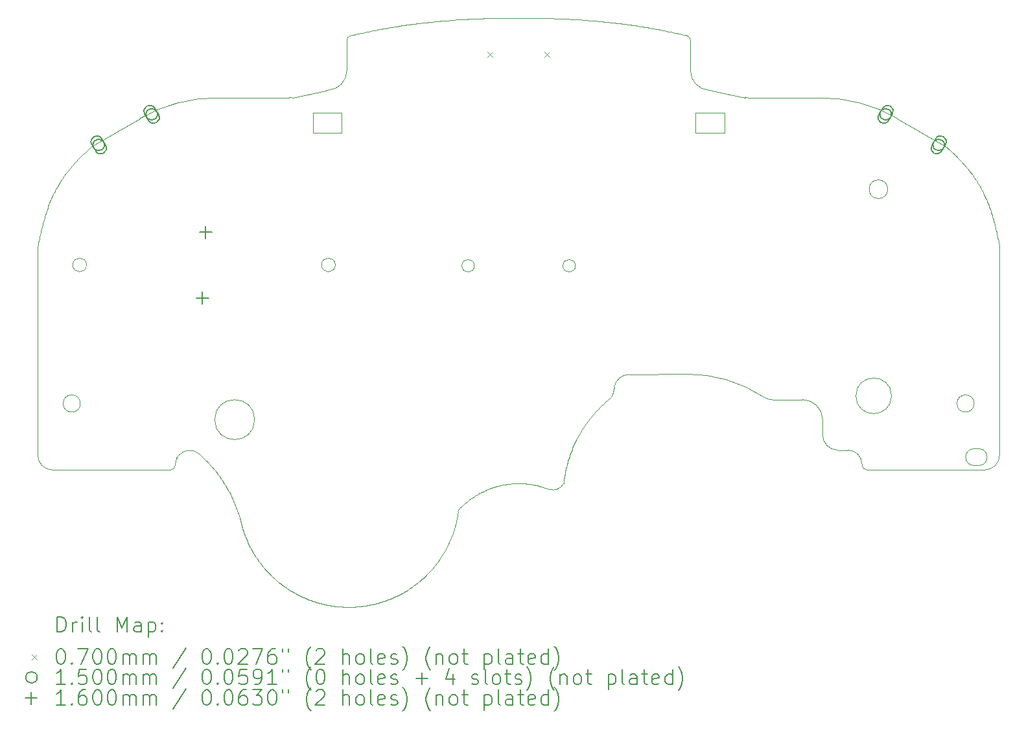
<source format=gbr>
%TF.GenerationSoftware,KiCad,Pcbnew,7.0.6*%
%TF.CreationDate,2023-11-08T16:21:41-08:00*%
%TF.ProjectId,UGC_Main,5547435f-4d61-4696-9e2e-6b696361645f,rev?*%
%TF.SameCoordinates,Original*%
%TF.FileFunction,Drillmap*%
%TF.FilePolarity,Positive*%
%FSLAX45Y45*%
G04 Gerber Fmt 4.5, Leading zero omitted, Abs format (unit mm)*
G04 Created by KiCad (PCBNEW 7.0.6) date 2023-11-08 16:21:41*
%MOMM*%
%LPD*%
G01*
G04 APERTURE LIST*
%ADD10C,0.100000*%
%ADD11C,0.200000*%
%ADD12C,0.070000*%
%ADD13C,0.150000*%
%ADD14C,0.160000*%
G04 APERTURE END LIST*
D10*
X25169906Y-13390749D02*
X25566240Y-13390749D01*
X27806240Y-14031037D02*
X27866240Y-14031037D01*
X27806947Y-13440646D02*
G75*
G03*
X27806947Y-13440646I-112500J0D01*
G01*
X17305005Y-14310005D02*
G75*
G03*
X17370005Y-14245003I-5J65005D01*
G01*
X20980039Y-15181304D02*
X20983859Y-15171432D01*
X20987606Y-15161534D01*
X20991280Y-15151611D01*
X20994881Y-15141664D01*
X20998408Y-15131691D01*
X21001861Y-15121695D01*
X21005241Y-15111675D01*
X21008547Y-15101631D01*
X21011780Y-15091565D01*
X21014938Y-15081477D01*
X21018022Y-15071366D01*
X21021032Y-15061233D01*
X21023968Y-15051080D01*
X21026829Y-15040905D01*
X21029616Y-15030711D01*
X21032328Y-15020496D01*
X21034966Y-15010262D01*
X21037528Y-15000008D01*
X21040016Y-14989736D01*
X21042429Y-14979445D01*
X21044766Y-14969137D01*
X21047028Y-14958811D01*
X21049215Y-14948468D01*
X21051326Y-14938108D01*
X21053362Y-14927732D01*
X21055321Y-14917340D01*
X21057206Y-14906932D01*
X21059014Y-14896510D01*
X21060746Y-14886072D01*
X21062402Y-14875621D01*
X21063981Y-14865156D01*
X21065485Y-14854677D01*
X28140061Y-11395000D02*
X28134955Y-11369530D01*
X28129858Y-11344526D01*
X28124766Y-11319977D01*
X28119673Y-11295871D01*
X28114575Y-11272197D01*
X28109468Y-11248945D01*
X28104347Y-11226104D01*
X28099207Y-11203663D01*
X28094044Y-11181611D01*
X28088853Y-11159936D01*
X28083631Y-11138629D01*
X28078371Y-11117677D01*
X28073069Y-11097071D01*
X28067722Y-11076799D01*
X28062323Y-11056850D01*
X28056870Y-11037214D01*
X28051357Y-11017879D01*
X28045779Y-10998835D01*
X28040132Y-10980070D01*
X28034412Y-10961574D01*
X28028613Y-10943336D01*
X28022732Y-10925345D01*
X28016763Y-10907589D01*
X28010702Y-10890059D01*
X28004545Y-10872742D01*
X27998287Y-10855629D01*
X27991923Y-10838708D01*
X27985448Y-10821968D01*
X27978859Y-10805399D01*
X27972150Y-10788989D01*
X27965318Y-10772727D01*
X27958356Y-10756603D01*
X24816107Y-9443383D02*
X24373603Y-9350611D01*
X24546240Y-9901360D02*
X24166240Y-9901360D01*
X19339935Y-16069936D02*
X19357267Y-16073429D01*
X19374632Y-16076708D01*
X19392025Y-16079773D01*
X19409447Y-16082625D01*
X19426894Y-16085263D01*
X19444365Y-16087687D01*
X19461857Y-16089897D01*
X19479369Y-16091893D01*
X19496899Y-16093675D01*
X19514445Y-16095243D01*
X19532005Y-16096597D01*
X19549576Y-16097737D01*
X19567158Y-16098663D01*
X19584747Y-16099375D01*
X19602343Y-16099872D01*
X19619943Y-16100155D01*
X19637545Y-16100224D01*
X19655147Y-16100078D01*
X19672747Y-16099718D01*
X19690344Y-16099143D01*
X19707934Y-16098354D01*
X19725518Y-16097350D01*
X19743091Y-16096132D01*
X19760653Y-16094699D01*
X19778202Y-16093051D01*
X19795735Y-16091189D01*
X19813251Y-16089112D01*
X19830747Y-16086820D01*
X19848222Y-16084313D01*
X19865673Y-16081591D01*
X19883100Y-16078654D01*
X19900499Y-16075502D01*
X15772419Y-14310003D02*
X17305005Y-14310003D01*
X21424801Y-14574463D02*
X21436714Y-14569303D01*
X21448682Y-14564290D01*
X21460705Y-14559427D01*
X21472780Y-14554713D01*
X21484906Y-14550148D01*
X21497083Y-14545732D01*
X21509307Y-14541467D01*
X21521579Y-14537352D01*
X21533896Y-14533388D01*
X21546257Y-14529574D01*
X21558661Y-14525912D01*
X21571106Y-14522401D01*
X21583591Y-14519043D01*
X21596115Y-14515836D01*
X21608676Y-14512782D01*
X21621272Y-14509881D01*
X21633903Y-14507133D01*
X21646567Y-14504538D01*
X21659262Y-14502098D01*
X21671988Y-14499811D01*
X21684742Y-14497679D01*
X21697523Y-14495702D01*
X21710330Y-14493879D01*
X21723162Y-14492212D01*
X21736017Y-14490701D01*
X21748893Y-14489346D01*
X21761790Y-14488147D01*
X21774705Y-14487105D01*
X21787638Y-14486219D01*
X21800587Y-14485491D01*
X21813551Y-14484921D01*
X21826528Y-14484509D01*
X23085098Y-13328944D02*
X23104852Y-13224422D01*
X27958356Y-10756603D02*
X27950953Y-10739919D01*
X27943157Y-10722849D01*
X27934942Y-10705397D01*
X27926281Y-10687567D01*
X27921775Y-10678510D01*
X27917146Y-10669360D01*
X27912393Y-10660117D01*
X27907512Y-10650780D01*
X27902498Y-10641352D01*
X27897350Y-10631831D01*
X27892062Y-10622219D01*
X27886633Y-10612515D01*
X27881059Y-10602720D01*
X27875336Y-10592835D01*
X27869460Y-10582860D01*
X27863430Y-10572795D01*
X27857240Y-10562641D01*
X27850888Y-10552398D01*
X27844371Y-10542066D01*
X27837685Y-10531646D01*
X27830826Y-10521138D01*
X27823792Y-10510543D01*
X27816579Y-10499861D01*
X27809183Y-10489092D01*
X27801601Y-10478236D01*
X27793831Y-10467295D01*
X27785867Y-10456269D01*
X27777708Y-10445157D01*
X24816107Y-9443382D02*
G75*
G03*
X24857146Y-9447639I41043J195752D01*
G01*
X21856240Y-8401776D02*
X21816779Y-8401793D01*
X21777197Y-8401923D01*
X21737501Y-8402171D01*
X21697699Y-8402539D01*
X21657797Y-8403028D01*
X21617803Y-8403641D01*
X21577721Y-8404381D01*
X21537561Y-8405250D01*
X21497328Y-8406251D01*
X21457029Y-8407386D01*
X21416672Y-8408658D01*
X21376262Y-8410069D01*
X21335806Y-8411621D01*
X21295313Y-8413317D01*
X21254787Y-8415159D01*
X21214237Y-8417150D01*
X21173669Y-8419293D01*
X21133089Y-8421589D01*
X21092505Y-8424042D01*
X21051923Y-8426653D01*
X21011350Y-8429425D01*
X20970794Y-8432361D01*
X20930260Y-8435463D01*
X20889756Y-8438733D01*
X20849288Y-8442174D01*
X20808863Y-8445789D01*
X20768488Y-8449579D01*
X20728171Y-8453548D01*
X20687917Y-8457697D01*
X20647733Y-8462030D01*
X20607626Y-8466548D01*
X20567604Y-8471254D01*
X15572419Y-11395000D02*
X15572419Y-14110003D01*
X19369523Y-9346626D02*
G75*
G03*
X19611851Y-9091360I-13283J255266D01*
G01*
X23300172Y-13061567D02*
G75*
G03*
X23104852Y-13224422I1198J-199993D01*
G01*
X19900499Y-16075502D02*
X19917800Y-16072149D01*
X19935049Y-16068587D01*
X19952244Y-16064817D01*
X19969384Y-16060839D01*
X19986467Y-16056655D01*
X20003490Y-16052265D01*
X20020453Y-16047669D01*
X20037353Y-16042869D01*
X20054188Y-16037865D01*
X20070957Y-16032658D01*
X20087658Y-16027249D01*
X20104289Y-16021638D01*
X20120848Y-16015827D01*
X20137333Y-16009815D01*
X20153743Y-16003604D01*
X20170076Y-15997194D01*
X20186329Y-15990587D01*
X20202502Y-15983782D01*
X20218592Y-15976781D01*
X20234597Y-15969585D01*
X20250516Y-15962193D01*
X20266347Y-15954607D01*
X20282087Y-15946828D01*
X20297736Y-15938856D01*
X20313292Y-15930693D01*
X20328752Y-15922338D01*
X20344114Y-15913792D01*
X20359378Y-15905057D01*
X20374540Y-15896132D01*
X20389600Y-15887020D01*
X20404556Y-15877720D01*
X20419405Y-15868233D01*
X16912920Y-9714158D02*
X16292649Y-10071088D01*
X16211273Y-11630178D02*
G75*
G03*
X16211273Y-11630178I-90000J0D01*
G01*
X18406851Y-13651360D02*
G75*
G03*
X18406851Y-13651360I-260611J0D01*
G01*
X19369523Y-9346625D02*
G75*
G03*
X19338878Y-9350611I10377J-199595D01*
G01*
X24166240Y-9641360D02*
X24546240Y-9641360D01*
X17910439Y-9447637D02*
G75*
G03*
X16912920Y-9714158I1J-1999993D01*
G01*
X18215268Y-14939129D02*
G75*
G03*
X18213383Y-14931648I-78488J-15791D01*
G01*
X23066727Y-13359077D02*
G75*
G03*
X23085098Y-13328944I-30757J39418D01*
G01*
X17905095Y-14335943D02*
X17915932Y-14349969D01*
X17926765Y-14364281D01*
X17937589Y-14378879D01*
X17948396Y-14393764D01*
X17959177Y-14408938D01*
X17969926Y-14424401D01*
X17980635Y-14440155D01*
X17991297Y-14456200D01*
X18001903Y-14472538D01*
X18012447Y-14489170D01*
X18022921Y-14506097D01*
X18033317Y-14523321D01*
X18043628Y-14540841D01*
X18053847Y-14558659D01*
X18063965Y-14576777D01*
X18073976Y-14595196D01*
X18083872Y-14613916D01*
X18093645Y-14632939D01*
X18103288Y-14652265D01*
X18112793Y-14671896D01*
X18122153Y-14691834D01*
X18131361Y-14712078D01*
X18140408Y-14732630D01*
X18149287Y-14753492D01*
X18157991Y-14774664D01*
X18166513Y-14796147D01*
X18174844Y-14817943D01*
X18182978Y-14840052D01*
X18190906Y-14862477D01*
X18198621Y-14885217D01*
X18206116Y-14908273D01*
X18213384Y-14931648D01*
X27866240Y-14251683D02*
G75*
G03*
X27866240Y-14031037I0J110323D01*
G01*
X27940061Y-14310001D02*
G75*
G03*
X28140061Y-14110003I-1J200001D01*
G01*
X22598420Y-11641360D02*
G75*
G03*
X22598420Y-11641360I-82180J0D01*
G01*
X20567604Y-8471254D02*
X20533100Y-8475471D01*
X20498996Y-8479783D01*
X20465292Y-8484185D01*
X20431985Y-8488675D01*
X20399075Y-8493249D01*
X20366559Y-8497902D01*
X20334437Y-8502631D01*
X20302707Y-8507432D01*
X20271366Y-8512301D01*
X20240415Y-8517235D01*
X20209850Y-8522230D01*
X20179671Y-8527281D01*
X20149876Y-8532385D01*
X20120463Y-8537539D01*
X20091431Y-8542738D01*
X20062779Y-8547978D01*
X20034504Y-8553257D01*
X20006606Y-8558569D01*
X19979083Y-8563912D01*
X19951932Y-8569281D01*
X19925154Y-8574673D01*
X19898746Y-8580083D01*
X19872706Y-8585509D01*
X19847033Y-8590945D01*
X19821726Y-8596389D01*
X19796783Y-8601837D01*
X19772203Y-8607284D01*
X19747983Y-8612728D01*
X19724123Y-8618163D01*
X19700621Y-8623587D01*
X19677475Y-8628996D01*
X19654683Y-8634385D01*
X24546240Y-9641360D02*
X24546240Y-9901360D01*
X15572417Y-14110003D02*
G75*
G03*
X15772419Y-14310003I200003J3D01*
G01*
X25826851Y-13651360D02*
G75*
G03*
X25566240Y-13390749I-260611J0D01*
G01*
X23144876Y-8471254D02*
X23104854Y-8466548D01*
X23064748Y-8462030D01*
X23024564Y-8457697D01*
X22984310Y-8453548D01*
X22943992Y-8449579D01*
X22903617Y-8445789D01*
X22863193Y-8442174D01*
X22822725Y-8438733D01*
X22782221Y-8435463D01*
X22741687Y-8432361D01*
X22701130Y-8429425D01*
X22660558Y-8426653D01*
X22619976Y-8424042D01*
X22579392Y-8421589D01*
X22538812Y-8419293D01*
X22498244Y-8417150D01*
X22457693Y-8415159D01*
X22417168Y-8413317D01*
X22376674Y-8411621D01*
X22336219Y-8410069D01*
X22295809Y-8408658D01*
X22255451Y-8407386D01*
X22215153Y-8406251D01*
X22174920Y-8405250D01*
X22134759Y-8404381D01*
X22094678Y-8403641D01*
X22054683Y-8403028D01*
X22014781Y-8402539D01*
X21974979Y-8402171D01*
X21935284Y-8401923D01*
X21895702Y-8401793D01*
X21856240Y-8401776D01*
X27777708Y-10445157D02*
X27768077Y-10432274D01*
X27758316Y-10419460D01*
X27748428Y-10406717D01*
X27738415Y-10394044D01*
X27728281Y-10381443D01*
X27718028Y-10368914D01*
X27707660Y-10356459D01*
X27697180Y-10344077D01*
X27686590Y-10331770D01*
X27675894Y-10319539D01*
X27665095Y-10307384D01*
X27654195Y-10295306D01*
X27643199Y-10283305D01*
X27632108Y-10271384D01*
X27620926Y-10259541D01*
X27609656Y-10247778D01*
X27598301Y-10236097D01*
X27586864Y-10224497D01*
X27575348Y-10212979D01*
X27563756Y-10201544D01*
X27552092Y-10190193D01*
X27540357Y-10178927D01*
X27528555Y-10167746D01*
X27516690Y-10156652D01*
X27504763Y-10145644D01*
X27492779Y-10134724D01*
X27480740Y-10123893D01*
X27468650Y-10113150D01*
X27456511Y-10102498D01*
X27444326Y-10091936D01*
X27432098Y-10081466D01*
X27419831Y-10071088D01*
X26342475Y-14235003D02*
G75*
G03*
X26157527Y-14050055I-184945J3D01*
G01*
X27806240Y-14031037D02*
G75*
G03*
X27806240Y-14251683I0J-110323D01*
G01*
X17390175Y-14151015D02*
X17395197Y-14141654D01*
X17400754Y-14132623D01*
X17406829Y-14123945D01*
X17413404Y-14115639D01*
X17420458Y-14107726D01*
X17427976Y-14100228D01*
X17431108Y-14097350D01*
X19166240Y-9641360D02*
X19546240Y-9641360D01*
X17626916Y-14064662D02*
X17637202Y-14069362D01*
X17647165Y-14074675D01*
X17656778Y-14080588D01*
X17666013Y-14087085D01*
X17674841Y-14094151D01*
X17677689Y-14096631D01*
X26799561Y-9714159D02*
G75*
G03*
X25802042Y-9447639I-997521J-1733481D01*
G01*
X24057797Y-8634385D02*
X24035006Y-8628996D01*
X24011860Y-8623587D01*
X23988358Y-8618163D01*
X23964497Y-8612728D01*
X23940278Y-8607284D01*
X23915697Y-8601837D01*
X23890754Y-8596389D01*
X23865447Y-8590945D01*
X23839775Y-8585509D01*
X23813735Y-8580083D01*
X23787326Y-8574673D01*
X23760548Y-8569281D01*
X23733398Y-8563912D01*
X23705874Y-8558569D01*
X23677976Y-8553257D01*
X23649702Y-8547978D01*
X23621049Y-8542738D01*
X23592018Y-8537539D01*
X23562605Y-8532385D01*
X23532810Y-8527281D01*
X23502631Y-8522230D01*
X23472066Y-8517235D01*
X23441114Y-8512301D01*
X23409774Y-8507432D01*
X23378043Y-8502631D01*
X23345921Y-8497902D01*
X23313406Y-8493249D01*
X23280495Y-8488675D01*
X23247189Y-8484185D01*
X23213485Y-8479783D01*
X23179381Y-8475471D01*
X23144876Y-8471254D01*
X17570163Y-14050785D02*
X17581110Y-14052012D01*
X17591948Y-14053880D01*
X17602648Y-14056385D01*
X17613180Y-14059518D01*
X17623518Y-14063273D01*
X17626916Y-14064662D01*
X16130533Y-13440646D02*
G75*
G03*
X16130533Y-13440646I-112500J0D01*
G01*
X19166240Y-9901360D02*
X19166240Y-9641360D01*
X22443254Y-14485775D02*
X22445422Y-14465835D01*
X22447831Y-14445936D01*
X22450482Y-14426080D01*
X22453373Y-14406270D01*
X22456504Y-14386507D01*
X22459874Y-14366793D01*
X22463483Y-14347130D01*
X22467330Y-14327521D01*
X22471414Y-14307966D01*
X22475735Y-14288469D01*
X22480292Y-14269031D01*
X22485085Y-14249654D01*
X22490113Y-14230341D01*
X22495375Y-14211092D01*
X22500871Y-14191911D01*
X22506600Y-14172798D01*
X22512561Y-14153757D01*
X22518755Y-14134788D01*
X22525179Y-14115895D01*
X22531835Y-14097079D01*
X22538720Y-14078341D01*
X22545835Y-14059685D01*
X22553178Y-14041111D01*
X22560750Y-14022623D01*
X22568549Y-14004221D01*
X22576575Y-13985908D01*
X22584828Y-13967687D01*
X22593306Y-13949558D01*
X22602010Y-13931523D01*
X22610938Y-13913586D01*
X22620089Y-13895747D01*
X22629464Y-13878010D01*
X17390176Y-14151016D02*
G75*
G03*
X17370005Y-14235003I164754J-83984D01*
G01*
X24373603Y-9350610D02*
G75*
G03*
X24342957Y-9346625I-41033J-195740D01*
G01*
X20821056Y-15479385D02*
X20827067Y-15470663D01*
X20833012Y-15461899D01*
X20838892Y-15453093D01*
X20844706Y-15444246D01*
X20850455Y-15435358D01*
X20856137Y-15426430D01*
X20861753Y-15417461D01*
X20867303Y-15408453D01*
X20872786Y-15399406D01*
X20878202Y-15390319D01*
X20883551Y-15381194D01*
X20888833Y-15372031D01*
X20894047Y-15362829D01*
X20899194Y-15353590D01*
X20904273Y-15344315D01*
X20909284Y-15335002D01*
X20914226Y-15325653D01*
X20919100Y-15316268D01*
X20923906Y-15306847D01*
X20928642Y-15297391D01*
X20933310Y-15287900D01*
X20937908Y-15278374D01*
X20942437Y-15268815D01*
X20946896Y-15259221D01*
X20951286Y-15249595D01*
X20955605Y-15239935D01*
X20959854Y-15230242D01*
X20964033Y-15220518D01*
X20968141Y-15210761D01*
X20972178Y-15200973D01*
X20976144Y-15191154D01*
X20980039Y-15181304D01*
X21087098Y-14810251D02*
G75*
G03*
X21065484Y-14854677I57632J-55509D01*
G01*
X19546240Y-9901360D02*
X19166240Y-9901360D01*
X22820984Y-13595740D02*
X22827895Y-13587594D01*
X22834858Y-13579494D01*
X22841873Y-13571439D01*
X22848941Y-13563430D01*
X22856061Y-13555467D01*
X22863231Y-13547552D01*
X22870454Y-13539682D01*
X22877727Y-13531861D01*
X22885050Y-13524086D01*
X22892424Y-13516360D01*
X22899847Y-13508681D01*
X22907321Y-13501051D01*
X22914843Y-13493470D01*
X22922415Y-13485938D01*
X22930035Y-13478455D01*
X22937704Y-13471021D01*
X22945421Y-13463638D01*
X22953185Y-13456304D01*
X22960997Y-13449022D01*
X22968856Y-13441790D01*
X22976762Y-13434609D01*
X22984714Y-13427479D01*
X22992713Y-13420401D01*
X23000757Y-13413376D01*
X23008847Y-13406402D01*
X23016982Y-13399481D01*
X23025162Y-13392613D01*
X23033387Y-13385799D01*
X23041656Y-13379037D01*
X23049969Y-13372330D01*
X23058326Y-13365676D01*
X23066727Y-13359077D01*
X18855335Y-9447639D02*
X17910439Y-9447639D01*
X25059428Y-13357467D02*
G75*
G03*
X24051313Y-13057057I-997278J-1504943D01*
G01*
X28140061Y-14110003D02*
X28140061Y-11395000D01*
X18855335Y-9447639D02*
G75*
G03*
X18896373Y-9443383I5J199949D01*
G01*
X21278420Y-11641360D02*
G75*
G03*
X21278420Y-11641360I-82180J0D01*
G01*
X19654684Y-8634387D02*
G75*
G03*
X19611851Y-8695951I22826J-61564D01*
G01*
X21826528Y-14484509D02*
X21840376Y-14484243D01*
X21854223Y-14484158D01*
X21868067Y-14484253D01*
X21881905Y-14484527D01*
X21895736Y-14484982D01*
X21909558Y-14485617D01*
X21923370Y-14486430D01*
X21937169Y-14487424D01*
X21950954Y-14488596D01*
X21964724Y-14489948D01*
X21978475Y-14491479D01*
X21992208Y-14493188D01*
X22005919Y-14495077D01*
X22019607Y-14497144D01*
X22033271Y-14499389D01*
X22046909Y-14501812D01*
X26026851Y-14050055D02*
X26157527Y-14050055D01*
X21087096Y-14810249D02*
X21096164Y-14800949D01*
X21105340Y-14791765D01*
X21114622Y-14782699D01*
X21124009Y-14773750D01*
X21133500Y-14764921D01*
X21143095Y-14756211D01*
X21152791Y-14747621D01*
X21162587Y-14739153D01*
X21172483Y-14730807D01*
X21182478Y-14722584D01*
X21192569Y-14714484D01*
X21202756Y-14706510D01*
X21213038Y-14698661D01*
X21223413Y-14690938D01*
X21233880Y-14683342D01*
X21244439Y-14675874D01*
X21255087Y-14668535D01*
X21265824Y-14661325D01*
X21276649Y-14654246D01*
X21287560Y-14647298D01*
X21298556Y-14640482D01*
X21309637Y-14633800D01*
X21320800Y-14627250D01*
X21332045Y-14620836D01*
X21343370Y-14614557D01*
X21354775Y-14608414D01*
X21366257Y-14602408D01*
X21377817Y-14596540D01*
X21389452Y-14590810D01*
X21401162Y-14585221D01*
X21412945Y-14579771D01*
X21424801Y-14574463D01*
X27866240Y-14251683D02*
X27806240Y-14251683D01*
X26342477Y-14245003D02*
G75*
G03*
X26407475Y-14310003I65003J3D01*
G01*
X17370005Y-14245003D02*
X17370005Y-14235003D01*
X18215268Y-14939129D02*
X18218854Y-14956411D01*
X18222649Y-14973637D01*
X18226652Y-14990807D01*
X18230861Y-15007918D01*
X18235277Y-15024968D01*
X18239899Y-15041957D01*
X18244726Y-15058882D01*
X18249756Y-15075740D01*
X18254990Y-15092532D01*
X18260427Y-15109254D01*
X18266065Y-15125905D01*
X18271905Y-15142483D01*
X18277945Y-15158986D01*
X18284185Y-15175413D01*
X18290623Y-15191761D01*
X18297260Y-15208030D01*
X18304094Y-15224216D01*
X18311125Y-15240319D01*
X18318352Y-15256336D01*
X18325774Y-15272266D01*
X18333390Y-15288107D01*
X18341201Y-15303856D01*
X18349204Y-15319514D01*
X18357399Y-15335076D01*
X18365786Y-15350543D01*
X18374364Y-15365911D01*
X18383132Y-15381180D01*
X18392089Y-15396347D01*
X18401235Y-15411410D01*
X18410568Y-15426368D01*
X18420088Y-15441219D01*
X18429795Y-15455961D01*
X24100629Y-9091360D02*
X24100629Y-8695951D01*
X24100631Y-8695951D02*
G75*
G03*
X24057797Y-8634385I-65661J1D01*
G01*
X25826851Y-13651360D02*
X25826851Y-13850055D01*
X19611851Y-8695951D02*
X19611851Y-9091360D01*
X24166240Y-9901360D02*
X24166240Y-9641360D01*
X22046909Y-14501812D02*
X22060541Y-14504419D01*
X22074134Y-14507202D01*
X22087686Y-14510161D01*
X22101195Y-14513295D01*
X22114660Y-14516605D01*
X22128080Y-14520090D01*
X22141451Y-14523749D01*
X22154773Y-14527581D01*
X22168045Y-14531587D01*
X22181263Y-14535765D01*
X22194427Y-14540115D01*
X22207535Y-14544637D01*
X22220585Y-14549331D01*
X22233575Y-14554195D01*
X22246505Y-14559229D01*
X22259371Y-14564432D01*
X20419405Y-15868233D02*
X20434145Y-15858560D01*
X20448759Y-15848714D01*
X20463244Y-15838695D01*
X20477599Y-15828505D01*
X20491823Y-15818146D01*
X20505913Y-15807619D01*
X20519870Y-15796925D01*
X20533691Y-15786065D01*
X20547375Y-15775042D01*
X20560920Y-15763856D01*
X20574326Y-15752508D01*
X20587591Y-15741001D01*
X20600712Y-15729335D01*
X20613690Y-15717512D01*
X20626523Y-15705533D01*
X20639208Y-15693400D01*
X20651745Y-15681113D01*
X20664133Y-15668675D01*
X20676369Y-15656087D01*
X20688453Y-15643350D01*
X20700384Y-15630465D01*
X20712158Y-15617434D01*
X20723777Y-15604258D01*
X20735237Y-15590939D01*
X20746537Y-15577477D01*
X20757677Y-15563875D01*
X20768654Y-15550134D01*
X20779468Y-15536254D01*
X20790116Y-15522238D01*
X20800598Y-15508087D01*
X20810912Y-15493802D01*
X20821056Y-15479385D01*
X17677689Y-14096631D02*
X17689946Y-14107621D01*
X17701910Y-14118529D01*
X17713577Y-14129342D01*
X17724944Y-14140043D01*
X17736005Y-14150619D01*
X17746758Y-14161056D01*
X17757199Y-14171338D01*
X17767322Y-14181452D01*
X17777126Y-14191382D01*
X17786604Y-14201115D01*
X17795755Y-14210636D01*
X17804573Y-14219930D01*
X17813055Y-14228983D01*
X17821197Y-14237781D01*
X17828994Y-14246309D01*
X17836444Y-14254552D01*
X17843542Y-14262497D01*
X17850283Y-14270128D01*
X17862683Y-14284391D01*
X17873613Y-14297227D01*
X17883040Y-14308520D01*
X17890933Y-14318154D01*
X17897261Y-14326013D01*
X17903749Y-14334220D01*
X17905095Y-14335943D01*
X23300172Y-13061567D02*
X24051313Y-13057057D01*
X17431108Y-14097350D02*
X17439636Y-14090152D01*
X17448583Y-14083492D01*
X17457925Y-14077384D01*
X17463278Y-14074234D01*
X26678487Y-10641360D02*
G75*
G03*
X26678487Y-10641360I-122247J0D01*
G01*
X19461168Y-11630178D02*
G75*
G03*
X19461168Y-11630178I-90000J0D01*
G01*
X27419831Y-10071088D02*
X26799561Y-9714158D01*
X18429795Y-15455961D02*
X18439660Y-15470553D01*
X18449697Y-15485015D01*
X18459903Y-15499346D01*
X18470278Y-15513545D01*
X18480821Y-15527611D01*
X18491530Y-15541542D01*
X18502403Y-15555337D01*
X18513439Y-15568994D01*
X18524637Y-15582513D01*
X18535996Y-15595891D01*
X18547513Y-15609127D01*
X18559188Y-15622221D01*
X18571019Y-15635170D01*
X18583006Y-15647973D01*
X18595145Y-15660629D01*
X18607437Y-15673137D01*
X18619879Y-15685495D01*
X18632470Y-15697701D01*
X18645210Y-15709755D01*
X18658095Y-15721655D01*
X18671126Y-15733400D01*
X18684301Y-15744988D01*
X18697618Y-15756418D01*
X18711075Y-15767689D01*
X18724673Y-15778798D01*
X18738408Y-15789746D01*
X18752280Y-15800530D01*
X18766287Y-15811149D01*
X18780429Y-15821602D01*
X18794703Y-15831888D01*
X18809108Y-15842004D01*
X18823643Y-15851950D01*
X22629464Y-13878010D02*
X22634537Y-13868626D01*
X22639670Y-13859274D01*
X22644864Y-13849956D01*
X22650119Y-13840671D01*
X22655434Y-13831420D01*
X22660809Y-13822203D01*
X22666244Y-13813020D01*
X22671738Y-13803873D01*
X22677292Y-13794761D01*
X22682906Y-13785684D01*
X22688578Y-13776643D01*
X22694309Y-13767639D01*
X22700099Y-13758671D01*
X22705948Y-13749741D01*
X22711855Y-13740847D01*
X22717819Y-13731992D01*
X22723842Y-13723175D01*
X22729922Y-13714396D01*
X22736060Y-13705656D01*
X22742255Y-13696955D01*
X22748507Y-13688294D01*
X22754815Y-13679673D01*
X22761181Y-13671093D01*
X22767603Y-13662552D01*
X22774081Y-13654053D01*
X22780615Y-13645596D01*
X22787205Y-13637180D01*
X22793850Y-13628806D01*
X22800551Y-13620475D01*
X22807307Y-13612187D01*
X22814118Y-13603942D01*
X22820984Y-13595740D01*
X19546240Y-9641360D02*
X19546240Y-9901360D01*
X25826845Y-13850055D02*
G75*
G03*
X26026851Y-14050055I200005J5D01*
G01*
X25059430Y-13357464D02*
G75*
G03*
X25169906Y-13390749I110480J166714D01*
G01*
X16292649Y-10071088D02*
X16264857Y-10094782D01*
X16238032Y-10118290D01*
X16212155Y-10141599D01*
X16187210Y-10164692D01*
X16163179Y-10187556D01*
X16140047Y-10210176D01*
X16117795Y-10232537D01*
X16096406Y-10254626D01*
X16075864Y-10276426D01*
X16056151Y-10297924D01*
X16037250Y-10319105D01*
X16019145Y-10339955D01*
X16001817Y-10360458D01*
X15985251Y-10380600D01*
X15969428Y-10400367D01*
X15954332Y-10419744D01*
X15939945Y-10438716D01*
X15926252Y-10457269D01*
X15913233Y-10475388D01*
X15900873Y-10493059D01*
X15889154Y-10510267D01*
X15878060Y-10526997D01*
X15867572Y-10543234D01*
X15857675Y-10558965D01*
X15848350Y-10574175D01*
X15839581Y-10588848D01*
X15831351Y-10602970D01*
X15823643Y-10616528D01*
X15816439Y-10629505D01*
X15809723Y-10641888D01*
X15803477Y-10653661D01*
X15797684Y-10664811D01*
X18823643Y-15851950D02*
X18838347Y-15861751D01*
X18853162Y-15871367D01*
X18868085Y-15880798D01*
X18883116Y-15890041D01*
X18898251Y-15899098D01*
X18913490Y-15907966D01*
X18928830Y-15916645D01*
X18944270Y-15925134D01*
X18959807Y-15933433D01*
X18975440Y-15941541D01*
X18991168Y-15949456D01*
X19006987Y-15957179D01*
X19022897Y-15964708D01*
X19038896Y-15972043D01*
X19054981Y-15979182D01*
X19071152Y-15986126D01*
X19087405Y-15992872D01*
X19103740Y-15999422D01*
X19120154Y-16005772D01*
X19136645Y-16011924D01*
X19153213Y-16017876D01*
X19169854Y-16023628D01*
X19186568Y-16029178D01*
X19203352Y-16034525D01*
X19220204Y-16039670D01*
X19237123Y-16044611D01*
X19254107Y-16049348D01*
X19271154Y-16053879D01*
X19288262Y-16058204D01*
X19305429Y-16062323D01*
X19322654Y-16066233D01*
X19339935Y-16069936D01*
X22259371Y-14564434D02*
G75*
G03*
X22443254Y-14485775I46139J146404D01*
G01*
X24100629Y-9091360D02*
G75*
G03*
X24342957Y-9346625I255611J0D01*
G01*
X15797684Y-10664811D02*
X15788022Y-10683918D01*
X15778602Y-10703191D01*
X15769417Y-10722639D01*
X15760460Y-10742268D01*
X15751722Y-10762086D01*
X15743198Y-10782101D01*
X15734879Y-10802318D01*
X15726759Y-10822746D01*
X15718829Y-10843392D01*
X15711084Y-10864263D01*
X15703514Y-10885367D01*
X15696115Y-10906709D01*
X15688876Y-10928299D01*
X15681793Y-10950142D01*
X15674857Y-10972247D01*
X15668061Y-10994620D01*
X15661397Y-11017268D01*
X15654859Y-11040200D01*
X15648440Y-11063422D01*
X15642131Y-11086941D01*
X15635926Y-11110765D01*
X15629817Y-11134900D01*
X15623797Y-11159355D01*
X15617858Y-11184136D01*
X15611994Y-11209250D01*
X15606198Y-11234706D01*
X15600461Y-11260509D01*
X15594777Y-11286668D01*
X15589138Y-11313189D01*
X15583536Y-11340080D01*
X15577966Y-11367348D01*
X15572419Y-11395000D01*
X26726947Y-13340646D02*
G75*
G03*
X26726947Y-13340646I-232500J0D01*
G01*
X17463278Y-14074234D02*
X17472981Y-14069116D01*
X17482961Y-14064585D01*
X17493194Y-14060652D01*
X17498978Y-14058729D01*
X19338878Y-9350611D02*
X18896373Y-9443383D01*
X26342475Y-14235003D02*
X26342475Y-14245003D01*
X25802042Y-9447639D02*
X24857146Y-9447639D01*
X17498978Y-14058729D02*
X17509833Y-14055676D01*
X17520836Y-14053290D01*
X17531954Y-14051572D01*
X17543153Y-14050528D01*
X17554400Y-14050159D01*
X17565661Y-14050470D01*
X17570163Y-14050785D01*
X26407475Y-14310003D02*
X27940061Y-14310003D01*
D11*
D12*
X21448740Y-8843360D02*
X21518740Y-8913360D01*
X21518740Y-8843360D02*
X21448740Y-8913360D01*
X22193740Y-8843360D02*
X22263740Y-8913360D01*
X22263740Y-8843360D02*
X22193740Y-8913360D01*
D13*
X16444686Y-10062353D02*
G75*
G03*
X16444686Y-10062353I-75000J0D01*
G01*
D11*
X16279734Y-10056552D02*
X16329734Y-10143155D01*
X16329734Y-10143155D02*
G75*
G03*
X16459638Y-10068155I64952J37500D01*
G01*
X16459638Y-10068155D02*
X16409638Y-9981552D01*
X16409638Y-9981552D02*
G75*
G03*
X16279734Y-10056552I-64952J-37500D01*
G01*
D13*
X17137506Y-9662353D02*
G75*
G03*
X17137506Y-9662353I-75000J0D01*
G01*
D11*
X16972554Y-9656552D02*
X17022554Y-9743155D01*
X17022554Y-9743155D02*
G75*
G03*
X17152458Y-9668155I64952J37500D01*
G01*
X17152458Y-9668155D02*
X17102458Y-9581552D01*
X17102458Y-9581552D02*
G75*
G03*
X16972554Y-9656552I-64952J-37500D01*
G01*
D13*
X26724974Y-9662353D02*
G75*
G03*
X26724974Y-9662353I-75000J0D01*
G01*
D11*
X26610022Y-9581552D02*
X26560022Y-9668155D01*
X26560022Y-9668155D02*
G75*
G03*
X26689926Y-9743155I64952J-37500D01*
G01*
X26689926Y-9743155D02*
X26739926Y-9656552D01*
X26739926Y-9656552D02*
G75*
G03*
X26610022Y-9581552I-64952J37500D01*
G01*
D13*
X27417795Y-10062353D02*
G75*
G03*
X27417795Y-10062353I-75000J0D01*
G01*
D11*
X27302843Y-9981552D02*
X27252843Y-10068155D01*
X27252843Y-10068155D02*
G75*
G03*
X27382747Y-10143155I64952J-37500D01*
G01*
X27382747Y-10143155D02*
X27432747Y-10056552D01*
X27432747Y-10056552D02*
G75*
G03*
X27302843Y-9981552I-64952J37500D01*
G01*
D14*
X17723716Y-11979589D02*
X17723716Y-12139589D01*
X17643716Y-12059589D02*
X17803716Y-12059589D01*
X17768725Y-11120768D02*
X17768725Y-11280768D01*
X17688725Y-11200768D02*
X17848725Y-11200768D01*
D11*
X15828196Y-16426752D02*
X15828196Y-16226752D01*
X15828196Y-16226752D02*
X15875815Y-16226752D01*
X15875815Y-16226752D02*
X15904387Y-16236276D01*
X15904387Y-16236276D02*
X15923434Y-16255324D01*
X15923434Y-16255324D02*
X15932958Y-16274371D01*
X15932958Y-16274371D02*
X15942482Y-16312467D01*
X15942482Y-16312467D02*
X15942482Y-16341038D01*
X15942482Y-16341038D02*
X15932958Y-16379133D01*
X15932958Y-16379133D02*
X15923434Y-16398181D01*
X15923434Y-16398181D02*
X15904387Y-16417229D01*
X15904387Y-16417229D02*
X15875815Y-16426752D01*
X15875815Y-16426752D02*
X15828196Y-16426752D01*
X16028196Y-16426752D02*
X16028196Y-16293419D01*
X16028196Y-16331514D02*
X16037720Y-16312467D01*
X16037720Y-16312467D02*
X16047244Y-16302943D01*
X16047244Y-16302943D02*
X16066291Y-16293419D01*
X16066291Y-16293419D02*
X16085339Y-16293419D01*
X16152006Y-16426752D02*
X16152006Y-16293419D01*
X16152006Y-16226752D02*
X16142482Y-16236276D01*
X16142482Y-16236276D02*
X16152006Y-16245800D01*
X16152006Y-16245800D02*
X16161529Y-16236276D01*
X16161529Y-16236276D02*
X16152006Y-16226752D01*
X16152006Y-16226752D02*
X16152006Y-16245800D01*
X16275815Y-16426752D02*
X16256767Y-16417229D01*
X16256767Y-16417229D02*
X16247244Y-16398181D01*
X16247244Y-16398181D02*
X16247244Y-16226752D01*
X16380577Y-16426752D02*
X16361529Y-16417229D01*
X16361529Y-16417229D02*
X16352006Y-16398181D01*
X16352006Y-16398181D02*
X16352006Y-16226752D01*
X16609148Y-16426752D02*
X16609148Y-16226752D01*
X16609148Y-16226752D02*
X16675815Y-16369610D01*
X16675815Y-16369610D02*
X16742482Y-16226752D01*
X16742482Y-16226752D02*
X16742482Y-16426752D01*
X16923434Y-16426752D02*
X16923434Y-16321991D01*
X16923434Y-16321991D02*
X16913910Y-16302943D01*
X16913910Y-16302943D02*
X16894863Y-16293419D01*
X16894863Y-16293419D02*
X16856768Y-16293419D01*
X16856768Y-16293419D02*
X16837720Y-16302943D01*
X16923434Y-16417229D02*
X16904387Y-16426752D01*
X16904387Y-16426752D02*
X16856768Y-16426752D01*
X16856768Y-16426752D02*
X16837720Y-16417229D01*
X16837720Y-16417229D02*
X16828196Y-16398181D01*
X16828196Y-16398181D02*
X16828196Y-16379133D01*
X16828196Y-16379133D02*
X16837720Y-16360086D01*
X16837720Y-16360086D02*
X16856768Y-16350562D01*
X16856768Y-16350562D02*
X16904387Y-16350562D01*
X16904387Y-16350562D02*
X16923434Y-16341038D01*
X17018672Y-16293419D02*
X17018672Y-16493419D01*
X17018672Y-16302943D02*
X17037720Y-16293419D01*
X17037720Y-16293419D02*
X17075815Y-16293419D01*
X17075815Y-16293419D02*
X17094863Y-16302943D01*
X17094863Y-16302943D02*
X17104387Y-16312467D01*
X17104387Y-16312467D02*
X17113910Y-16331514D01*
X17113910Y-16331514D02*
X17113910Y-16388657D01*
X17113910Y-16388657D02*
X17104387Y-16407705D01*
X17104387Y-16407705D02*
X17094863Y-16417229D01*
X17094863Y-16417229D02*
X17075815Y-16426752D01*
X17075815Y-16426752D02*
X17037720Y-16426752D01*
X17037720Y-16426752D02*
X17018672Y-16417229D01*
X17199625Y-16407705D02*
X17209149Y-16417229D01*
X17209149Y-16417229D02*
X17199625Y-16426752D01*
X17199625Y-16426752D02*
X17190101Y-16417229D01*
X17190101Y-16417229D02*
X17199625Y-16407705D01*
X17199625Y-16407705D02*
X17199625Y-16426752D01*
X17199625Y-16302943D02*
X17209149Y-16312467D01*
X17209149Y-16312467D02*
X17199625Y-16321991D01*
X17199625Y-16321991D02*
X17190101Y-16312467D01*
X17190101Y-16312467D02*
X17199625Y-16302943D01*
X17199625Y-16302943D02*
X17199625Y-16321991D01*
D12*
X15497419Y-16720269D02*
X15567419Y-16790269D01*
X15567419Y-16720269D02*
X15497419Y-16790269D01*
D11*
X15866291Y-16646752D02*
X15885339Y-16646752D01*
X15885339Y-16646752D02*
X15904387Y-16656276D01*
X15904387Y-16656276D02*
X15913910Y-16665800D01*
X15913910Y-16665800D02*
X15923434Y-16684848D01*
X15923434Y-16684848D02*
X15932958Y-16722943D01*
X15932958Y-16722943D02*
X15932958Y-16770562D01*
X15932958Y-16770562D02*
X15923434Y-16808657D01*
X15923434Y-16808657D02*
X15913910Y-16827705D01*
X15913910Y-16827705D02*
X15904387Y-16837229D01*
X15904387Y-16837229D02*
X15885339Y-16846753D01*
X15885339Y-16846753D02*
X15866291Y-16846753D01*
X15866291Y-16846753D02*
X15847244Y-16837229D01*
X15847244Y-16837229D02*
X15837720Y-16827705D01*
X15837720Y-16827705D02*
X15828196Y-16808657D01*
X15828196Y-16808657D02*
X15818672Y-16770562D01*
X15818672Y-16770562D02*
X15818672Y-16722943D01*
X15818672Y-16722943D02*
X15828196Y-16684848D01*
X15828196Y-16684848D02*
X15837720Y-16665800D01*
X15837720Y-16665800D02*
X15847244Y-16656276D01*
X15847244Y-16656276D02*
X15866291Y-16646752D01*
X16018672Y-16827705D02*
X16028196Y-16837229D01*
X16028196Y-16837229D02*
X16018672Y-16846753D01*
X16018672Y-16846753D02*
X16009148Y-16837229D01*
X16009148Y-16837229D02*
X16018672Y-16827705D01*
X16018672Y-16827705D02*
X16018672Y-16846753D01*
X16094863Y-16646752D02*
X16228196Y-16646752D01*
X16228196Y-16646752D02*
X16142482Y-16846753D01*
X16342482Y-16646752D02*
X16361529Y-16646752D01*
X16361529Y-16646752D02*
X16380577Y-16656276D01*
X16380577Y-16656276D02*
X16390101Y-16665800D01*
X16390101Y-16665800D02*
X16399625Y-16684848D01*
X16399625Y-16684848D02*
X16409148Y-16722943D01*
X16409148Y-16722943D02*
X16409148Y-16770562D01*
X16409148Y-16770562D02*
X16399625Y-16808657D01*
X16399625Y-16808657D02*
X16390101Y-16827705D01*
X16390101Y-16827705D02*
X16380577Y-16837229D01*
X16380577Y-16837229D02*
X16361529Y-16846753D01*
X16361529Y-16846753D02*
X16342482Y-16846753D01*
X16342482Y-16846753D02*
X16323434Y-16837229D01*
X16323434Y-16837229D02*
X16313910Y-16827705D01*
X16313910Y-16827705D02*
X16304387Y-16808657D01*
X16304387Y-16808657D02*
X16294863Y-16770562D01*
X16294863Y-16770562D02*
X16294863Y-16722943D01*
X16294863Y-16722943D02*
X16304387Y-16684848D01*
X16304387Y-16684848D02*
X16313910Y-16665800D01*
X16313910Y-16665800D02*
X16323434Y-16656276D01*
X16323434Y-16656276D02*
X16342482Y-16646752D01*
X16532958Y-16646752D02*
X16552006Y-16646752D01*
X16552006Y-16646752D02*
X16571053Y-16656276D01*
X16571053Y-16656276D02*
X16580577Y-16665800D01*
X16580577Y-16665800D02*
X16590101Y-16684848D01*
X16590101Y-16684848D02*
X16599625Y-16722943D01*
X16599625Y-16722943D02*
X16599625Y-16770562D01*
X16599625Y-16770562D02*
X16590101Y-16808657D01*
X16590101Y-16808657D02*
X16580577Y-16827705D01*
X16580577Y-16827705D02*
X16571053Y-16837229D01*
X16571053Y-16837229D02*
X16552006Y-16846753D01*
X16552006Y-16846753D02*
X16532958Y-16846753D01*
X16532958Y-16846753D02*
X16513910Y-16837229D01*
X16513910Y-16837229D02*
X16504387Y-16827705D01*
X16504387Y-16827705D02*
X16494863Y-16808657D01*
X16494863Y-16808657D02*
X16485339Y-16770562D01*
X16485339Y-16770562D02*
X16485339Y-16722943D01*
X16485339Y-16722943D02*
X16494863Y-16684848D01*
X16494863Y-16684848D02*
X16504387Y-16665800D01*
X16504387Y-16665800D02*
X16513910Y-16656276D01*
X16513910Y-16656276D02*
X16532958Y-16646752D01*
X16685339Y-16846753D02*
X16685339Y-16713419D01*
X16685339Y-16732467D02*
X16694863Y-16722943D01*
X16694863Y-16722943D02*
X16713910Y-16713419D01*
X16713910Y-16713419D02*
X16742482Y-16713419D01*
X16742482Y-16713419D02*
X16761529Y-16722943D01*
X16761529Y-16722943D02*
X16771053Y-16741991D01*
X16771053Y-16741991D02*
X16771053Y-16846753D01*
X16771053Y-16741991D02*
X16780577Y-16722943D01*
X16780577Y-16722943D02*
X16799625Y-16713419D01*
X16799625Y-16713419D02*
X16828196Y-16713419D01*
X16828196Y-16713419D02*
X16847244Y-16722943D01*
X16847244Y-16722943D02*
X16856768Y-16741991D01*
X16856768Y-16741991D02*
X16856768Y-16846753D01*
X16952006Y-16846753D02*
X16952006Y-16713419D01*
X16952006Y-16732467D02*
X16961530Y-16722943D01*
X16961530Y-16722943D02*
X16980577Y-16713419D01*
X16980577Y-16713419D02*
X17009149Y-16713419D01*
X17009149Y-16713419D02*
X17028196Y-16722943D01*
X17028196Y-16722943D02*
X17037720Y-16741991D01*
X17037720Y-16741991D02*
X17037720Y-16846753D01*
X17037720Y-16741991D02*
X17047244Y-16722943D01*
X17047244Y-16722943D02*
X17066291Y-16713419D01*
X17066291Y-16713419D02*
X17094863Y-16713419D01*
X17094863Y-16713419D02*
X17113911Y-16722943D01*
X17113911Y-16722943D02*
X17123434Y-16741991D01*
X17123434Y-16741991D02*
X17123434Y-16846753D01*
X17513911Y-16637229D02*
X17342482Y-16894372D01*
X17771053Y-16646752D02*
X17790101Y-16646752D01*
X17790101Y-16646752D02*
X17809149Y-16656276D01*
X17809149Y-16656276D02*
X17818673Y-16665800D01*
X17818673Y-16665800D02*
X17828196Y-16684848D01*
X17828196Y-16684848D02*
X17837720Y-16722943D01*
X17837720Y-16722943D02*
X17837720Y-16770562D01*
X17837720Y-16770562D02*
X17828196Y-16808657D01*
X17828196Y-16808657D02*
X17818673Y-16827705D01*
X17818673Y-16827705D02*
X17809149Y-16837229D01*
X17809149Y-16837229D02*
X17790101Y-16846753D01*
X17790101Y-16846753D02*
X17771053Y-16846753D01*
X17771053Y-16846753D02*
X17752006Y-16837229D01*
X17752006Y-16837229D02*
X17742482Y-16827705D01*
X17742482Y-16827705D02*
X17732958Y-16808657D01*
X17732958Y-16808657D02*
X17723434Y-16770562D01*
X17723434Y-16770562D02*
X17723434Y-16722943D01*
X17723434Y-16722943D02*
X17732958Y-16684848D01*
X17732958Y-16684848D02*
X17742482Y-16665800D01*
X17742482Y-16665800D02*
X17752006Y-16656276D01*
X17752006Y-16656276D02*
X17771053Y-16646752D01*
X17923434Y-16827705D02*
X17932958Y-16837229D01*
X17932958Y-16837229D02*
X17923434Y-16846753D01*
X17923434Y-16846753D02*
X17913911Y-16837229D01*
X17913911Y-16837229D02*
X17923434Y-16827705D01*
X17923434Y-16827705D02*
X17923434Y-16846753D01*
X18056768Y-16646752D02*
X18075815Y-16646752D01*
X18075815Y-16646752D02*
X18094863Y-16656276D01*
X18094863Y-16656276D02*
X18104387Y-16665800D01*
X18104387Y-16665800D02*
X18113911Y-16684848D01*
X18113911Y-16684848D02*
X18123434Y-16722943D01*
X18123434Y-16722943D02*
X18123434Y-16770562D01*
X18123434Y-16770562D02*
X18113911Y-16808657D01*
X18113911Y-16808657D02*
X18104387Y-16827705D01*
X18104387Y-16827705D02*
X18094863Y-16837229D01*
X18094863Y-16837229D02*
X18075815Y-16846753D01*
X18075815Y-16846753D02*
X18056768Y-16846753D01*
X18056768Y-16846753D02*
X18037720Y-16837229D01*
X18037720Y-16837229D02*
X18028196Y-16827705D01*
X18028196Y-16827705D02*
X18018673Y-16808657D01*
X18018673Y-16808657D02*
X18009149Y-16770562D01*
X18009149Y-16770562D02*
X18009149Y-16722943D01*
X18009149Y-16722943D02*
X18018673Y-16684848D01*
X18018673Y-16684848D02*
X18028196Y-16665800D01*
X18028196Y-16665800D02*
X18037720Y-16656276D01*
X18037720Y-16656276D02*
X18056768Y-16646752D01*
X18199625Y-16665800D02*
X18209149Y-16656276D01*
X18209149Y-16656276D02*
X18228196Y-16646752D01*
X18228196Y-16646752D02*
X18275815Y-16646752D01*
X18275815Y-16646752D02*
X18294863Y-16656276D01*
X18294863Y-16656276D02*
X18304387Y-16665800D01*
X18304387Y-16665800D02*
X18313911Y-16684848D01*
X18313911Y-16684848D02*
X18313911Y-16703895D01*
X18313911Y-16703895D02*
X18304387Y-16732467D01*
X18304387Y-16732467D02*
X18190101Y-16846753D01*
X18190101Y-16846753D02*
X18313911Y-16846753D01*
X18380577Y-16646752D02*
X18513911Y-16646752D01*
X18513911Y-16646752D02*
X18428196Y-16846753D01*
X18675815Y-16646752D02*
X18637720Y-16646752D01*
X18637720Y-16646752D02*
X18618673Y-16656276D01*
X18618673Y-16656276D02*
X18609149Y-16665800D01*
X18609149Y-16665800D02*
X18590101Y-16694371D01*
X18590101Y-16694371D02*
X18580577Y-16732467D01*
X18580577Y-16732467D02*
X18580577Y-16808657D01*
X18580577Y-16808657D02*
X18590101Y-16827705D01*
X18590101Y-16827705D02*
X18599625Y-16837229D01*
X18599625Y-16837229D02*
X18618673Y-16846753D01*
X18618673Y-16846753D02*
X18656768Y-16846753D01*
X18656768Y-16846753D02*
X18675815Y-16837229D01*
X18675815Y-16837229D02*
X18685339Y-16827705D01*
X18685339Y-16827705D02*
X18694863Y-16808657D01*
X18694863Y-16808657D02*
X18694863Y-16761038D01*
X18694863Y-16761038D02*
X18685339Y-16741991D01*
X18685339Y-16741991D02*
X18675815Y-16732467D01*
X18675815Y-16732467D02*
X18656768Y-16722943D01*
X18656768Y-16722943D02*
X18618673Y-16722943D01*
X18618673Y-16722943D02*
X18599625Y-16732467D01*
X18599625Y-16732467D02*
X18590101Y-16741991D01*
X18590101Y-16741991D02*
X18580577Y-16761038D01*
X18771054Y-16646752D02*
X18771054Y-16684848D01*
X18847244Y-16646752D02*
X18847244Y-16684848D01*
X19142482Y-16922943D02*
X19132958Y-16913419D01*
X19132958Y-16913419D02*
X19113911Y-16884848D01*
X19113911Y-16884848D02*
X19104387Y-16865800D01*
X19104387Y-16865800D02*
X19094863Y-16837229D01*
X19094863Y-16837229D02*
X19085339Y-16789610D01*
X19085339Y-16789610D02*
X19085339Y-16751514D01*
X19085339Y-16751514D02*
X19094863Y-16703895D01*
X19094863Y-16703895D02*
X19104387Y-16675324D01*
X19104387Y-16675324D02*
X19113911Y-16656276D01*
X19113911Y-16656276D02*
X19132958Y-16627705D01*
X19132958Y-16627705D02*
X19142482Y-16618181D01*
X19209149Y-16665800D02*
X19218673Y-16656276D01*
X19218673Y-16656276D02*
X19237720Y-16646752D01*
X19237720Y-16646752D02*
X19285339Y-16646752D01*
X19285339Y-16646752D02*
X19304387Y-16656276D01*
X19304387Y-16656276D02*
X19313911Y-16665800D01*
X19313911Y-16665800D02*
X19323435Y-16684848D01*
X19323435Y-16684848D02*
X19323435Y-16703895D01*
X19323435Y-16703895D02*
X19313911Y-16732467D01*
X19313911Y-16732467D02*
X19199625Y-16846753D01*
X19199625Y-16846753D02*
X19323435Y-16846753D01*
X19561530Y-16846753D02*
X19561530Y-16646752D01*
X19647244Y-16846753D02*
X19647244Y-16741991D01*
X19647244Y-16741991D02*
X19637720Y-16722943D01*
X19637720Y-16722943D02*
X19618673Y-16713419D01*
X19618673Y-16713419D02*
X19590101Y-16713419D01*
X19590101Y-16713419D02*
X19571054Y-16722943D01*
X19571054Y-16722943D02*
X19561530Y-16732467D01*
X19771054Y-16846753D02*
X19752006Y-16837229D01*
X19752006Y-16837229D02*
X19742482Y-16827705D01*
X19742482Y-16827705D02*
X19732958Y-16808657D01*
X19732958Y-16808657D02*
X19732958Y-16751514D01*
X19732958Y-16751514D02*
X19742482Y-16732467D01*
X19742482Y-16732467D02*
X19752006Y-16722943D01*
X19752006Y-16722943D02*
X19771054Y-16713419D01*
X19771054Y-16713419D02*
X19799625Y-16713419D01*
X19799625Y-16713419D02*
X19818673Y-16722943D01*
X19818673Y-16722943D02*
X19828197Y-16732467D01*
X19828197Y-16732467D02*
X19837720Y-16751514D01*
X19837720Y-16751514D02*
X19837720Y-16808657D01*
X19837720Y-16808657D02*
X19828197Y-16827705D01*
X19828197Y-16827705D02*
X19818673Y-16837229D01*
X19818673Y-16837229D02*
X19799625Y-16846753D01*
X19799625Y-16846753D02*
X19771054Y-16846753D01*
X19952006Y-16846753D02*
X19932958Y-16837229D01*
X19932958Y-16837229D02*
X19923435Y-16818181D01*
X19923435Y-16818181D02*
X19923435Y-16646752D01*
X20104387Y-16837229D02*
X20085339Y-16846753D01*
X20085339Y-16846753D02*
X20047244Y-16846753D01*
X20047244Y-16846753D02*
X20028197Y-16837229D01*
X20028197Y-16837229D02*
X20018673Y-16818181D01*
X20018673Y-16818181D02*
X20018673Y-16741991D01*
X20018673Y-16741991D02*
X20028197Y-16722943D01*
X20028197Y-16722943D02*
X20047244Y-16713419D01*
X20047244Y-16713419D02*
X20085339Y-16713419D01*
X20085339Y-16713419D02*
X20104387Y-16722943D01*
X20104387Y-16722943D02*
X20113911Y-16741991D01*
X20113911Y-16741991D02*
X20113911Y-16761038D01*
X20113911Y-16761038D02*
X20018673Y-16780086D01*
X20190101Y-16837229D02*
X20209149Y-16846753D01*
X20209149Y-16846753D02*
X20247244Y-16846753D01*
X20247244Y-16846753D02*
X20266292Y-16837229D01*
X20266292Y-16837229D02*
X20275816Y-16818181D01*
X20275816Y-16818181D02*
X20275816Y-16808657D01*
X20275816Y-16808657D02*
X20266292Y-16789610D01*
X20266292Y-16789610D02*
X20247244Y-16780086D01*
X20247244Y-16780086D02*
X20218673Y-16780086D01*
X20218673Y-16780086D02*
X20199625Y-16770562D01*
X20199625Y-16770562D02*
X20190101Y-16751514D01*
X20190101Y-16751514D02*
X20190101Y-16741991D01*
X20190101Y-16741991D02*
X20199625Y-16722943D01*
X20199625Y-16722943D02*
X20218673Y-16713419D01*
X20218673Y-16713419D02*
X20247244Y-16713419D01*
X20247244Y-16713419D02*
X20266292Y-16722943D01*
X20342482Y-16922943D02*
X20352006Y-16913419D01*
X20352006Y-16913419D02*
X20371054Y-16884848D01*
X20371054Y-16884848D02*
X20380578Y-16865800D01*
X20380578Y-16865800D02*
X20390101Y-16837229D01*
X20390101Y-16837229D02*
X20399625Y-16789610D01*
X20399625Y-16789610D02*
X20399625Y-16751514D01*
X20399625Y-16751514D02*
X20390101Y-16703895D01*
X20390101Y-16703895D02*
X20380578Y-16675324D01*
X20380578Y-16675324D02*
X20371054Y-16656276D01*
X20371054Y-16656276D02*
X20352006Y-16627705D01*
X20352006Y-16627705D02*
X20342482Y-16618181D01*
X20704387Y-16922943D02*
X20694863Y-16913419D01*
X20694863Y-16913419D02*
X20675816Y-16884848D01*
X20675816Y-16884848D02*
X20666292Y-16865800D01*
X20666292Y-16865800D02*
X20656768Y-16837229D01*
X20656768Y-16837229D02*
X20647244Y-16789610D01*
X20647244Y-16789610D02*
X20647244Y-16751514D01*
X20647244Y-16751514D02*
X20656768Y-16703895D01*
X20656768Y-16703895D02*
X20666292Y-16675324D01*
X20666292Y-16675324D02*
X20675816Y-16656276D01*
X20675816Y-16656276D02*
X20694863Y-16627705D01*
X20694863Y-16627705D02*
X20704387Y-16618181D01*
X20780578Y-16713419D02*
X20780578Y-16846753D01*
X20780578Y-16732467D02*
X20790101Y-16722943D01*
X20790101Y-16722943D02*
X20809149Y-16713419D01*
X20809149Y-16713419D02*
X20837720Y-16713419D01*
X20837720Y-16713419D02*
X20856768Y-16722943D01*
X20856768Y-16722943D02*
X20866292Y-16741991D01*
X20866292Y-16741991D02*
X20866292Y-16846753D01*
X20990101Y-16846753D02*
X20971054Y-16837229D01*
X20971054Y-16837229D02*
X20961530Y-16827705D01*
X20961530Y-16827705D02*
X20952006Y-16808657D01*
X20952006Y-16808657D02*
X20952006Y-16751514D01*
X20952006Y-16751514D02*
X20961530Y-16732467D01*
X20961530Y-16732467D02*
X20971054Y-16722943D01*
X20971054Y-16722943D02*
X20990101Y-16713419D01*
X20990101Y-16713419D02*
X21018673Y-16713419D01*
X21018673Y-16713419D02*
X21037720Y-16722943D01*
X21037720Y-16722943D02*
X21047244Y-16732467D01*
X21047244Y-16732467D02*
X21056768Y-16751514D01*
X21056768Y-16751514D02*
X21056768Y-16808657D01*
X21056768Y-16808657D02*
X21047244Y-16827705D01*
X21047244Y-16827705D02*
X21037720Y-16837229D01*
X21037720Y-16837229D02*
X21018673Y-16846753D01*
X21018673Y-16846753D02*
X20990101Y-16846753D01*
X21113911Y-16713419D02*
X21190101Y-16713419D01*
X21142482Y-16646752D02*
X21142482Y-16818181D01*
X21142482Y-16818181D02*
X21152006Y-16837229D01*
X21152006Y-16837229D02*
X21171054Y-16846753D01*
X21171054Y-16846753D02*
X21190101Y-16846753D01*
X21409149Y-16713419D02*
X21409149Y-16913419D01*
X21409149Y-16722943D02*
X21428197Y-16713419D01*
X21428197Y-16713419D02*
X21466292Y-16713419D01*
X21466292Y-16713419D02*
X21485340Y-16722943D01*
X21485340Y-16722943D02*
X21494863Y-16732467D01*
X21494863Y-16732467D02*
X21504387Y-16751514D01*
X21504387Y-16751514D02*
X21504387Y-16808657D01*
X21504387Y-16808657D02*
X21494863Y-16827705D01*
X21494863Y-16827705D02*
X21485340Y-16837229D01*
X21485340Y-16837229D02*
X21466292Y-16846753D01*
X21466292Y-16846753D02*
X21428197Y-16846753D01*
X21428197Y-16846753D02*
X21409149Y-16837229D01*
X21618673Y-16846753D02*
X21599625Y-16837229D01*
X21599625Y-16837229D02*
X21590101Y-16818181D01*
X21590101Y-16818181D02*
X21590101Y-16646752D01*
X21780578Y-16846753D02*
X21780578Y-16741991D01*
X21780578Y-16741991D02*
X21771054Y-16722943D01*
X21771054Y-16722943D02*
X21752006Y-16713419D01*
X21752006Y-16713419D02*
X21713911Y-16713419D01*
X21713911Y-16713419D02*
X21694863Y-16722943D01*
X21780578Y-16837229D02*
X21761530Y-16846753D01*
X21761530Y-16846753D02*
X21713911Y-16846753D01*
X21713911Y-16846753D02*
X21694863Y-16837229D01*
X21694863Y-16837229D02*
X21685340Y-16818181D01*
X21685340Y-16818181D02*
X21685340Y-16799133D01*
X21685340Y-16799133D02*
X21694863Y-16780086D01*
X21694863Y-16780086D02*
X21713911Y-16770562D01*
X21713911Y-16770562D02*
X21761530Y-16770562D01*
X21761530Y-16770562D02*
X21780578Y-16761038D01*
X21847244Y-16713419D02*
X21923435Y-16713419D01*
X21875816Y-16646752D02*
X21875816Y-16818181D01*
X21875816Y-16818181D02*
X21885340Y-16837229D01*
X21885340Y-16837229D02*
X21904387Y-16846753D01*
X21904387Y-16846753D02*
X21923435Y-16846753D01*
X22066292Y-16837229D02*
X22047244Y-16846753D01*
X22047244Y-16846753D02*
X22009149Y-16846753D01*
X22009149Y-16846753D02*
X21990101Y-16837229D01*
X21990101Y-16837229D02*
X21980578Y-16818181D01*
X21980578Y-16818181D02*
X21980578Y-16741991D01*
X21980578Y-16741991D02*
X21990101Y-16722943D01*
X21990101Y-16722943D02*
X22009149Y-16713419D01*
X22009149Y-16713419D02*
X22047244Y-16713419D01*
X22047244Y-16713419D02*
X22066292Y-16722943D01*
X22066292Y-16722943D02*
X22075816Y-16741991D01*
X22075816Y-16741991D02*
X22075816Y-16761038D01*
X22075816Y-16761038D02*
X21980578Y-16780086D01*
X22247244Y-16846753D02*
X22247244Y-16646752D01*
X22247244Y-16837229D02*
X22228197Y-16846753D01*
X22228197Y-16846753D02*
X22190101Y-16846753D01*
X22190101Y-16846753D02*
X22171054Y-16837229D01*
X22171054Y-16837229D02*
X22161530Y-16827705D01*
X22161530Y-16827705D02*
X22152006Y-16808657D01*
X22152006Y-16808657D02*
X22152006Y-16751514D01*
X22152006Y-16751514D02*
X22161530Y-16732467D01*
X22161530Y-16732467D02*
X22171054Y-16722943D01*
X22171054Y-16722943D02*
X22190101Y-16713419D01*
X22190101Y-16713419D02*
X22228197Y-16713419D01*
X22228197Y-16713419D02*
X22247244Y-16722943D01*
X22323435Y-16922943D02*
X22332959Y-16913419D01*
X22332959Y-16913419D02*
X22352006Y-16884848D01*
X22352006Y-16884848D02*
X22361530Y-16865800D01*
X22361530Y-16865800D02*
X22371054Y-16837229D01*
X22371054Y-16837229D02*
X22380578Y-16789610D01*
X22380578Y-16789610D02*
X22380578Y-16751514D01*
X22380578Y-16751514D02*
X22371054Y-16703895D01*
X22371054Y-16703895D02*
X22361530Y-16675324D01*
X22361530Y-16675324D02*
X22352006Y-16656276D01*
X22352006Y-16656276D02*
X22332959Y-16627705D01*
X22332959Y-16627705D02*
X22323435Y-16618181D01*
D13*
X15567419Y-17019269D02*
G75*
G03*
X15567419Y-17019269I-75000J0D01*
G01*
D11*
X15932958Y-17110753D02*
X15818672Y-17110753D01*
X15875815Y-17110753D02*
X15875815Y-16910753D01*
X15875815Y-16910753D02*
X15856767Y-16939324D01*
X15856767Y-16939324D02*
X15837720Y-16958372D01*
X15837720Y-16958372D02*
X15818672Y-16967895D01*
X16018672Y-17091705D02*
X16028196Y-17101229D01*
X16028196Y-17101229D02*
X16018672Y-17110753D01*
X16018672Y-17110753D02*
X16009148Y-17101229D01*
X16009148Y-17101229D02*
X16018672Y-17091705D01*
X16018672Y-17091705D02*
X16018672Y-17110753D01*
X16209148Y-16910753D02*
X16113910Y-16910753D01*
X16113910Y-16910753D02*
X16104387Y-17005991D01*
X16104387Y-17005991D02*
X16113910Y-16996467D01*
X16113910Y-16996467D02*
X16132958Y-16986943D01*
X16132958Y-16986943D02*
X16180577Y-16986943D01*
X16180577Y-16986943D02*
X16199625Y-16996467D01*
X16199625Y-16996467D02*
X16209148Y-17005991D01*
X16209148Y-17005991D02*
X16218672Y-17025038D01*
X16218672Y-17025038D02*
X16218672Y-17072657D01*
X16218672Y-17072657D02*
X16209148Y-17091705D01*
X16209148Y-17091705D02*
X16199625Y-17101229D01*
X16199625Y-17101229D02*
X16180577Y-17110753D01*
X16180577Y-17110753D02*
X16132958Y-17110753D01*
X16132958Y-17110753D02*
X16113910Y-17101229D01*
X16113910Y-17101229D02*
X16104387Y-17091705D01*
X16342482Y-16910753D02*
X16361529Y-16910753D01*
X16361529Y-16910753D02*
X16380577Y-16920276D01*
X16380577Y-16920276D02*
X16390101Y-16929800D01*
X16390101Y-16929800D02*
X16399625Y-16948848D01*
X16399625Y-16948848D02*
X16409148Y-16986943D01*
X16409148Y-16986943D02*
X16409148Y-17034562D01*
X16409148Y-17034562D02*
X16399625Y-17072657D01*
X16399625Y-17072657D02*
X16390101Y-17091705D01*
X16390101Y-17091705D02*
X16380577Y-17101229D01*
X16380577Y-17101229D02*
X16361529Y-17110753D01*
X16361529Y-17110753D02*
X16342482Y-17110753D01*
X16342482Y-17110753D02*
X16323434Y-17101229D01*
X16323434Y-17101229D02*
X16313910Y-17091705D01*
X16313910Y-17091705D02*
X16304387Y-17072657D01*
X16304387Y-17072657D02*
X16294863Y-17034562D01*
X16294863Y-17034562D02*
X16294863Y-16986943D01*
X16294863Y-16986943D02*
X16304387Y-16948848D01*
X16304387Y-16948848D02*
X16313910Y-16929800D01*
X16313910Y-16929800D02*
X16323434Y-16920276D01*
X16323434Y-16920276D02*
X16342482Y-16910753D01*
X16532958Y-16910753D02*
X16552006Y-16910753D01*
X16552006Y-16910753D02*
X16571053Y-16920276D01*
X16571053Y-16920276D02*
X16580577Y-16929800D01*
X16580577Y-16929800D02*
X16590101Y-16948848D01*
X16590101Y-16948848D02*
X16599625Y-16986943D01*
X16599625Y-16986943D02*
X16599625Y-17034562D01*
X16599625Y-17034562D02*
X16590101Y-17072657D01*
X16590101Y-17072657D02*
X16580577Y-17091705D01*
X16580577Y-17091705D02*
X16571053Y-17101229D01*
X16571053Y-17101229D02*
X16552006Y-17110753D01*
X16552006Y-17110753D02*
X16532958Y-17110753D01*
X16532958Y-17110753D02*
X16513910Y-17101229D01*
X16513910Y-17101229D02*
X16504387Y-17091705D01*
X16504387Y-17091705D02*
X16494863Y-17072657D01*
X16494863Y-17072657D02*
X16485339Y-17034562D01*
X16485339Y-17034562D02*
X16485339Y-16986943D01*
X16485339Y-16986943D02*
X16494863Y-16948848D01*
X16494863Y-16948848D02*
X16504387Y-16929800D01*
X16504387Y-16929800D02*
X16513910Y-16920276D01*
X16513910Y-16920276D02*
X16532958Y-16910753D01*
X16685339Y-17110753D02*
X16685339Y-16977419D01*
X16685339Y-16996467D02*
X16694863Y-16986943D01*
X16694863Y-16986943D02*
X16713910Y-16977419D01*
X16713910Y-16977419D02*
X16742482Y-16977419D01*
X16742482Y-16977419D02*
X16761529Y-16986943D01*
X16761529Y-16986943D02*
X16771053Y-17005991D01*
X16771053Y-17005991D02*
X16771053Y-17110753D01*
X16771053Y-17005991D02*
X16780577Y-16986943D01*
X16780577Y-16986943D02*
X16799625Y-16977419D01*
X16799625Y-16977419D02*
X16828196Y-16977419D01*
X16828196Y-16977419D02*
X16847244Y-16986943D01*
X16847244Y-16986943D02*
X16856768Y-17005991D01*
X16856768Y-17005991D02*
X16856768Y-17110753D01*
X16952006Y-17110753D02*
X16952006Y-16977419D01*
X16952006Y-16996467D02*
X16961530Y-16986943D01*
X16961530Y-16986943D02*
X16980577Y-16977419D01*
X16980577Y-16977419D02*
X17009149Y-16977419D01*
X17009149Y-16977419D02*
X17028196Y-16986943D01*
X17028196Y-16986943D02*
X17037720Y-17005991D01*
X17037720Y-17005991D02*
X17037720Y-17110753D01*
X17037720Y-17005991D02*
X17047244Y-16986943D01*
X17047244Y-16986943D02*
X17066291Y-16977419D01*
X17066291Y-16977419D02*
X17094863Y-16977419D01*
X17094863Y-16977419D02*
X17113911Y-16986943D01*
X17113911Y-16986943D02*
X17123434Y-17005991D01*
X17123434Y-17005991D02*
X17123434Y-17110753D01*
X17513911Y-16901229D02*
X17342482Y-17158372D01*
X17771053Y-16910753D02*
X17790101Y-16910753D01*
X17790101Y-16910753D02*
X17809149Y-16920276D01*
X17809149Y-16920276D02*
X17818673Y-16929800D01*
X17818673Y-16929800D02*
X17828196Y-16948848D01*
X17828196Y-16948848D02*
X17837720Y-16986943D01*
X17837720Y-16986943D02*
X17837720Y-17034562D01*
X17837720Y-17034562D02*
X17828196Y-17072657D01*
X17828196Y-17072657D02*
X17818673Y-17091705D01*
X17818673Y-17091705D02*
X17809149Y-17101229D01*
X17809149Y-17101229D02*
X17790101Y-17110753D01*
X17790101Y-17110753D02*
X17771053Y-17110753D01*
X17771053Y-17110753D02*
X17752006Y-17101229D01*
X17752006Y-17101229D02*
X17742482Y-17091705D01*
X17742482Y-17091705D02*
X17732958Y-17072657D01*
X17732958Y-17072657D02*
X17723434Y-17034562D01*
X17723434Y-17034562D02*
X17723434Y-16986943D01*
X17723434Y-16986943D02*
X17732958Y-16948848D01*
X17732958Y-16948848D02*
X17742482Y-16929800D01*
X17742482Y-16929800D02*
X17752006Y-16920276D01*
X17752006Y-16920276D02*
X17771053Y-16910753D01*
X17923434Y-17091705D02*
X17932958Y-17101229D01*
X17932958Y-17101229D02*
X17923434Y-17110753D01*
X17923434Y-17110753D02*
X17913911Y-17101229D01*
X17913911Y-17101229D02*
X17923434Y-17091705D01*
X17923434Y-17091705D02*
X17923434Y-17110753D01*
X18056768Y-16910753D02*
X18075815Y-16910753D01*
X18075815Y-16910753D02*
X18094863Y-16920276D01*
X18094863Y-16920276D02*
X18104387Y-16929800D01*
X18104387Y-16929800D02*
X18113911Y-16948848D01*
X18113911Y-16948848D02*
X18123434Y-16986943D01*
X18123434Y-16986943D02*
X18123434Y-17034562D01*
X18123434Y-17034562D02*
X18113911Y-17072657D01*
X18113911Y-17072657D02*
X18104387Y-17091705D01*
X18104387Y-17091705D02*
X18094863Y-17101229D01*
X18094863Y-17101229D02*
X18075815Y-17110753D01*
X18075815Y-17110753D02*
X18056768Y-17110753D01*
X18056768Y-17110753D02*
X18037720Y-17101229D01*
X18037720Y-17101229D02*
X18028196Y-17091705D01*
X18028196Y-17091705D02*
X18018673Y-17072657D01*
X18018673Y-17072657D02*
X18009149Y-17034562D01*
X18009149Y-17034562D02*
X18009149Y-16986943D01*
X18009149Y-16986943D02*
X18018673Y-16948848D01*
X18018673Y-16948848D02*
X18028196Y-16929800D01*
X18028196Y-16929800D02*
X18037720Y-16920276D01*
X18037720Y-16920276D02*
X18056768Y-16910753D01*
X18304387Y-16910753D02*
X18209149Y-16910753D01*
X18209149Y-16910753D02*
X18199625Y-17005991D01*
X18199625Y-17005991D02*
X18209149Y-16996467D01*
X18209149Y-16996467D02*
X18228196Y-16986943D01*
X18228196Y-16986943D02*
X18275815Y-16986943D01*
X18275815Y-16986943D02*
X18294863Y-16996467D01*
X18294863Y-16996467D02*
X18304387Y-17005991D01*
X18304387Y-17005991D02*
X18313911Y-17025038D01*
X18313911Y-17025038D02*
X18313911Y-17072657D01*
X18313911Y-17072657D02*
X18304387Y-17091705D01*
X18304387Y-17091705D02*
X18294863Y-17101229D01*
X18294863Y-17101229D02*
X18275815Y-17110753D01*
X18275815Y-17110753D02*
X18228196Y-17110753D01*
X18228196Y-17110753D02*
X18209149Y-17101229D01*
X18209149Y-17101229D02*
X18199625Y-17091705D01*
X18409149Y-17110753D02*
X18447244Y-17110753D01*
X18447244Y-17110753D02*
X18466292Y-17101229D01*
X18466292Y-17101229D02*
X18475815Y-17091705D01*
X18475815Y-17091705D02*
X18494863Y-17063133D01*
X18494863Y-17063133D02*
X18504387Y-17025038D01*
X18504387Y-17025038D02*
X18504387Y-16948848D01*
X18504387Y-16948848D02*
X18494863Y-16929800D01*
X18494863Y-16929800D02*
X18485339Y-16920276D01*
X18485339Y-16920276D02*
X18466292Y-16910753D01*
X18466292Y-16910753D02*
X18428196Y-16910753D01*
X18428196Y-16910753D02*
X18409149Y-16920276D01*
X18409149Y-16920276D02*
X18399625Y-16929800D01*
X18399625Y-16929800D02*
X18390101Y-16948848D01*
X18390101Y-16948848D02*
X18390101Y-16996467D01*
X18390101Y-16996467D02*
X18399625Y-17015514D01*
X18399625Y-17015514D02*
X18409149Y-17025038D01*
X18409149Y-17025038D02*
X18428196Y-17034562D01*
X18428196Y-17034562D02*
X18466292Y-17034562D01*
X18466292Y-17034562D02*
X18485339Y-17025038D01*
X18485339Y-17025038D02*
X18494863Y-17015514D01*
X18494863Y-17015514D02*
X18504387Y-16996467D01*
X18694863Y-17110753D02*
X18580577Y-17110753D01*
X18637720Y-17110753D02*
X18637720Y-16910753D01*
X18637720Y-16910753D02*
X18618673Y-16939324D01*
X18618673Y-16939324D02*
X18599625Y-16958372D01*
X18599625Y-16958372D02*
X18580577Y-16967895D01*
X18771054Y-16910753D02*
X18771054Y-16948848D01*
X18847244Y-16910753D02*
X18847244Y-16948848D01*
X19142482Y-17186943D02*
X19132958Y-17177419D01*
X19132958Y-17177419D02*
X19113911Y-17148848D01*
X19113911Y-17148848D02*
X19104387Y-17129800D01*
X19104387Y-17129800D02*
X19094863Y-17101229D01*
X19094863Y-17101229D02*
X19085339Y-17053610D01*
X19085339Y-17053610D02*
X19085339Y-17015514D01*
X19085339Y-17015514D02*
X19094863Y-16967895D01*
X19094863Y-16967895D02*
X19104387Y-16939324D01*
X19104387Y-16939324D02*
X19113911Y-16920276D01*
X19113911Y-16920276D02*
X19132958Y-16891705D01*
X19132958Y-16891705D02*
X19142482Y-16882181D01*
X19256768Y-16910753D02*
X19275816Y-16910753D01*
X19275816Y-16910753D02*
X19294863Y-16920276D01*
X19294863Y-16920276D02*
X19304387Y-16929800D01*
X19304387Y-16929800D02*
X19313911Y-16948848D01*
X19313911Y-16948848D02*
X19323435Y-16986943D01*
X19323435Y-16986943D02*
X19323435Y-17034562D01*
X19323435Y-17034562D02*
X19313911Y-17072657D01*
X19313911Y-17072657D02*
X19304387Y-17091705D01*
X19304387Y-17091705D02*
X19294863Y-17101229D01*
X19294863Y-17101229D02*
X19275816Y-17110753D01*
X19275816Y-17110753D02*
X19256768Y-17110753D01*
X19256768Y-17110753D02*
X19237720Y-17101229D01*
X19237720Y-17101229D02*
X19228196Y-17091705D01*
X19228196Y-17091705D02*
X19218673Y-17072657D01*
X19218673Y-17072657D02*
X19209149Y-17034562D01*
X19209149Y-17034562D02*
X19209149Y-16986943D01*
X19209149Y-16986943D02*
X19218673Y-16948848D01*
X19218673Y-16948848D02*
X19228196Y-16929800D01*
X19228196Y-16929800D02*
X19237720Y-16920276D01*
X19237720Y-16920276D02*
X19256768Y-16910753D01*
X19561530Y-17110753D02*
X19561530Y-16910753D01*
X19647244Y-17110753D02*
X19647244Y-17005991D01*
X19647244Y-17005991D02*
X19637720Y-16986943D01*
X19637720Y-16986943D02*
X19618673Y-16977419D01*
X19618673Y-16977419D02*
X19590101Y-16977419D01*
X19590101Y-16977419D02*
X19571054Y-16986943D01*
X19571054Y-16986943D02*
X19561530Y-16996467D01*
X19771054Y-17110753D02*
X19752006Y-17101229D01*
X19752006Y-17101229D02*
X19742482Y-17091705D01*
X19742482Y-17091705D02*
X19732958Y-17072657D01*
X19732958Y-17072657D02*
X19732958Y-17015514D01*
X19732958Y-17015514D02*
X19742482Y-16996467D01*
X19742482Y-16996467D02*
X19752006Y-16986943D01*
X19752006Y-16986943D02*
X19771054Y-16977419D01*
X19771054Y-16977419D02*
X19799625Y-16977419D01*
X19799625Y-16977419D02*
X19818673Y-16986943D01*
X19818673Y-16986943D02*
X19828197Y-16996467D01*
X19828197Y-16996467D02*
X19837720Y-17015514D01*
X19837720Y-17015514D02*
X19837720Y-17072657D01*
X19837720Y-17072657D02*
X19828197Y-17091705D01*
X19828197Y-17091705D02*
X19818673Y-17101229D01*
X19818673Y-17101229D02*
X19799625Y-17110753D01*
X19799625Y-17110753D02*
X19771054Y-17110753D01*
X19952006Y-17110753D02*
X19932958Y-17101229D01*
X19932958Y-17101229D02*
X19923435Y-17082181D01*
X19923435Y-17082181D02*
X19923435Y-16910753D01*
X20104387Y-17101229D02*
X20085339Y-17110753D01*
X20085339Y-17110753D02*
X20047244Y-17110753D01*
X20047244Y-17110753D02*
X20028197Y-17101229D01*
X20028197Y-17101229D02*
X20018673Y-17082181D01*
X20018673Y-17082181D02*
X20018673Y-17005991D01*
X20018673Y-17005991D02*
X20028197Y-16986943D01*
X20028197Y-16986943D02*
X20047244Y-16977419D01*
X20047244Y-16977419D02*
X20085339Y-16977419D01*
X20085339Y-16977419D02*
X20104387Y-16986943D01*
X20104387Y-16986943D02*
X20113911Y-17005991D01*
X20113911Y-17005991D02*
X20113911Y-17025038D01*
X20113911Y-17025038D02*
X20018673Y-17044086D01*
X20190101Y-17101229D02*
X20209149Y-17110753D01*
X20209149Y-17110753D02*
X20247244Y-17110753D01*
X20247244Y-17110753D02*
X20266292Y-17101229D01*
X20266292Y-17101229D02*
X20275816Y-17082181D01*
X20275816Y-17082181D02*
X20275816Y-17072657D01*
X20275816Y-17072657D02*
X20266292Y-17053610D01*
X20266292Y-17053610D02*
X20247244Y-17044086D01*
X20247244Y-17044086D02*
X20218673Y-17044086D01*
X20218673Y-17044086D02*
X20199625Y-17034562D01*
X20199625Y-17034562D02*
X20190101Y-17015514D01*
X20190101Y-17015514D02*
X20190101Y-17005991D01*
X20190101Y-17005991D02*
X20199625Y-16986943D01*
X20199625Y-16986943D02*
X20218673Y-16977419D01*
X20218673Y-16977419D02*
X20247244Y-16977419D01*
X20247244Y-16977419D02*
X20266292Y-16986943D01*
X20513911Y-17034562D02*
X20666292Y-17034562D01*
X20590101Y-17110753D02*
X20590101Y-16958372D01*
X20999625Y-16977419D02*
X20999625Y-17110753D01*
X20952006Y-16901229D02*
X20904387Y-17044086D01*
X20904387Y-17044086D02*
X21028197Y-17044086D01*
X21247244Y-17101229D02*
X21266292Y-17110753D01*
X21266292Y-17110753D02*
X21304387Y-17110753D01*
X21304387Y-17110753D02*
X21323435Y-17101229D01*
X21323435Y-17101229D02*
X21332959Y-17082181D01*
X21332959Y-17082181D02*
X21332959Y-17072657D01*
X21332959Y-17072657D02*
X21323435Y-17053610D01*
X21323435Y-17053610D02*
X21304387Y-17044086D01*
X21304387Y-17044086D02*
X21275816Y-17044086D01*
X21275816Y-17044086D02*
X21256768Y-17034562D01*
X21256768Y-17034562D02*
X21247244Y-17015514D01*
X21247244Y-17015514D02*
X21247244Y-17005991D01*
X21247244Y-17005991D02*
X21256768Y-16986943D01*
X21256768Y-16986943D02*
X21275816Y-16977419D01*
X21275816Y-16977419D02*
X21304387Y-16977419D01*
X21304387Y-16977419D02*
X21323435Y-16986943D01*
X21447244Y-17110753D02*
X21428197Y-17101229D01*
X21428197Y-17101229D02*
X21418673Y-17082181D01*
X21418673Y-17082181D02*
X21418673Y-16910753D01*
X21552006Y-17110753D02*
X21532959Y-17101229D01*
X21532959Y-17101229D02*
X21523435Y-17091705D01*
X21523435Y-17091705D02*
X21513911Y-17072657D01*
X21513911Y-17072657D02*
X21513911Y-17015514D01*
X21513911Y-17015514D02*
X21523435Y-16996467D01*
X21523435Y-16996467D02*
X21532959Y-16986943D01*
X21532959Y-16986943D02*
X21552006Y-16977419D01*
X21552006Y-16977419D02*
X21580578Y-16977419D01*
X21580578Y-16977419D02*
X21599625Y-16986943D01*
X21599625Y-16986943D02*
X21609149Y-16996467D01*
X21609149Y-16996467D02*
X21618673Y-17015514D01*
X21618673Y-17015514D02*
X21618673Y-17072657D01*
X21618673Y-17072657D02*
X21609149Y-17091705D01*
X21609149Y-17091705D02*
X21599625Y-17101229D01*
X21599625Y-17101229D02*
X21580578Y-17110753D01*
X21580578Y-17110753D02*
X21552006Y-17110753D01*
X21675816Y-16977419D02*
X21752006Y-16977419D01*
X21704387Y-16910753D02*
X21704387Y-17082181D01*
X21704387Y-17082181D02*
X21713911Y-17101229D01*
X21713911Y-17101229D02*
X21732959Y-17110753D01*
X21732959Y-17110753D02*
X21752006Y-17110753D01*
X21809149Y-17101229D02*
X21828197Y-17110753D01*
X21828197Y-17110753D02*
X21866292Y-17110753D01*
X21866292Y-17110753D02*
X21885340Y-17101229D01*
X21885340Y-17101229D02*
X21894863Y-17082181D01*
X21894863Y-17082181D02*
X21894863Y-17072657D01*
X21894863Y-17072657D02*
X21885340Y-17053610D01*
X21885340Y-17053610D02*
X21866292Y-17044086D01*
X21866292Y-17044086D02*
X21837721Y-17044086D01*
X21837721Y-17044086D02*
X21818673Y-17034562D01*
X21818673Y-17034562D02*
X21809149Y-17015514D01*
X21809149Y-17015514D02*
X21809149Y-17005991D01*
X21809149Y-17005991D02*
X21818673Y-16986943D01*
X21818673Y-16986943D02*
X21837721Y-16977419D01*
X21837721Y-16977419D02*
X21866292Y-16977419D01*
X21866292Y-16977419D02*
X21885340Y-16986943D01*
X21961530Y-17186943D02*
X21971054Y-17177419D01*
X21971054Y-17177419D02*
X21990102Y-17148848D01*
X21990102Y-17148848D02*
X21999625Y-17129800D01*
X21999625Y-17129800D02*
X22009149Y-17101229D01*
X22009149Y-17101229D02*
X22018673Y-17053610D01*
X22018673Y-17053610D02*
X22018673Y-17015514D01*
X22018673Y-17015514D02*
X22009149Y-16967895D01*
X22009149Y-16967895D02*
X21999625Y-16939324D01*
X21999625Y-16939324D02*
X21990102Y-16920276D01*
X21990102Y-16920276D02*
X21971054Y-16891705D01*
X21971054Y-16891705D02*
X21961530Y-16882181D01*
X22323435Y-17186943D02*
X22313911Y-17177419D01*
X22313911Y-17177419D02*
X22294863Y-17148848D01*
X22294863Y-17148848D02*
X22285340Y-17129800D01*
X22285340Y-17129800D02*
X22275816Y-17101229D01*
X22275816Y-17101229D02*
X22266292Y-17053610D01*
X22266292Y-17053610D02*
X22266292Y-17015514D01*
X22266292Y-17015514D02*
X22275816Y-16967895D01*
X22275816Y-16967895D02*
X22285340Y-16939324D01*
X22285340Y-16939324D02*
X22294863Y-16920276D01*
X22294863Y-16920276D02*
X22313911Y-16891705D01*
X22313911Y-16891705D02*
X22323435Y-16882181D01*
X22399625Y-16977419D02*
X22399625Y-17110753D01*
X22399625Y-16996467D02*
X22409149Y-16986943D01*
X22409149Y-16986943D02*
X22428197Y-16977419D01*
X22428197Y-16977419D02*
X22456768Y-16977419D01*
X22456768Y-16977419D02*
X22475816Y-16986943D01*
X22475816Y-16986943D02*
X22485340Y-17005991D01*
X22485340Y-17005991D02*
X22485340Y-17110753D01*
X22609149Y-17110753D02*
X22590101Y-17101229D01*
X22590101Y-17101229D02*
X22580578Y-17091705D01*
X22580578Y-17091705D02*
X22571054Y-17072657D01*
X22571054Y-17072657D02*
X22571054Y-17015514D01*
X22571054Y-17015514D02*
X22580578Y-16996467D01*
X22580578Y-16996467D02*
X22590101Y-16986943D01*
X22590101Y-16986943D02*
X22609149Y-16977419D01*
X22609149Y-16977419D02*
X22637721Y-16977419D01*
X22637721Y-16977419D02*
X22656768Y-16986943D01*
X22656768Y-16986943D02*
X22666292Y-16996467D01*
X22666292Y-16996467D02*
X22675816Y-17015514D01*
X22675816Y-17015514D02*
X22675816Y-17072657D01*
X22675816Y-17072657D02*
X22666292Y-17091705D01*
X22666292Y-17091705D02*
X22656768Y-17101229D01*
X22656768Y-17101229D02*
X22637721Y-17110753D01*
X22637721Y-17110753D02*
X22609149Y-17110753D01*
X22732959Y-16977419D02*
X22809149Y-16977419D01*
X22761530Y-16910753D02*
X22761530Y-17082181D01*
X22761530Y-17082181D02*
X22771054Y-17101229D01*
X22771054Y-17101229D02*
X22790101Y-17110753D01*
X22790101Y-17110753D02*
X22809149Y-17110753D01*
X23028197Y-16977419D02*
X23028197Y-17177419D01*
X23028197Y-16986943D02*
X23047244Y-16977419D01*
X23047244Y-16977419D02*
X23085340Y-16977419D01*
X23085340Y-16977419D02*
X23104387Y-16986943D01*
X23104387Y-16986943D02*
X23113911Y-16996467D01*
X23113911Y-16996467D02*
X23123435Y-17015514D01*
X23123435Y-17015514D02*
X23123435Y-17072657D01*
X23123435Y-17072657D02*
X23113911Y-17091705D01*
X23113911Y-17091705D02*
X23104387Y-17101229D01*
X23104387Y-17101229D02*
X23085340Y-17110753D01*
X23085340Y-17110753D02*
X23047244Y-17110753D01*
X23047244Y-17110753D02*
X23028197Y-17101229D01*
X23237721Y-17110753D02*
X23218673Y-17101229D01*
X23218673Y-17101229D02*
X23209149Y-17082181D01*
X23209149Y-17082181D02*
X23209149Y-16910753D01*
X23399625Y-17110753D02*
X23399625Y-17005991D01*
X23399625Y-17005991D02*
X23390102Y-16986943D01*
X23390102Y-16986943D02*
X23371054Y-16977419D01*
X23371054Y-16977419D02*
X23332959Y-16977419D01*
X23332959Y-16977419D02*
X23313911Y-16986943D01*
X23399625Y-17101229D02*
X23380578Y-17110753D01*
X23380578Y-17110753D02*
X23332959Y-17110753D01*
X23332959Y-17110753D02*
X23313911Y-17101229D01*
X23313911Y-17101229D02*
X23304387Y-17082181D01*
X23304387Y-17082181D02*
X23304387Y-17063133D01*
X23304387Y-17063133D02*
X23313911Y-17044086D01*
X23313911Y-17044086D02*
X23332959Y-17034562D01*
X23332959Y-17034562D02*
X23380578Y-17034562D01*
X23380578Y-17034562D02*
X23399625Y-17025038D01*
X23466292Y-16977419D02*
X23542482Y-16977419D01*
X23494863Y-16910753D02*
X23494863Y-17082181D01*
X23494863Y-17082181D02*
X23504387Y-17101229D01*
X23504387Y-17101229D02*
X23523435Y-17110753D01*
X23523435Y-17110753D02*
X23542482Y-17110753D01*
X23685340Y-17101229D02*
X23666292Y-17110753D01*
X23666292Y-17110753D02*
X23628197Y-17110753D01*
X23628197Y-17110753D02*
X23609149Y-17101229D01*
X23609149Y-17101229D02*
X23599625Y-17082181D01*
X23599625Y-17082181D02*
X23599625Y-17005991D01*
X23599625Y-17005991D02*
X23609149Y-16986943D01*
X23609149Y-16986943D02*
X23628197Y-16977419D01*
X23628197Y-16977419D02*
X23666292Y-16977419D01*
X23666292Y-16977419D02*
X23685340Y-16986943D01*
X23685340Y-16986943D02*
X23694863Y-17005991D01*
X23694863Y-17005991D02*
X23694863Y-17025038D01*
X23694863Y-17025038D02*
X23599625Y-17044086D01*
X23866292Y-17110753D02*
X23866292Y-16910753D01*
X23866292Y-17101229D02*
X23847244Y-17110753D01*
X23847244Y-17110753D02*
X23809149Y-17110753D01*
X23809149Y-17110753D02*
X23790102Y-17101229D01*
X23790102Y-17101229D02*
X23780578Y-17091705D01*
X23780578Y-17091705D02*
X23771054Y-17072657D01*
X23771054Y-17072657D02*
X23771054Y-17015514D01*
X23771054Y-17015514D02*
X23780578Y-16996467D01*
X23780578Y-16996467D02*
X23790102Y-16986943D01*
X23790102Y-16986943D02*
X23809149Y-16977419D01*
X23809149Y-16977419D02*
X23847244Y-16977419D01*
X23847244Y-16977419D02*
X23866292Y-16986943D01*
X23942483Y-17186943D02*
X23952006Y-17177419D01*
X23952006Y-17177419D02*
X23971054Y-17148848D01*
X23971054Y-17148848D02*
X23980578Y-17129800D01*
X23980578Y-17129800D02*
X23990102Y-17101229D01*
X23990102Y-17101229D02*
X23999625Y-17053610D01*
X23999625Y-17053610D02*
X23999625Y-17015514D01*
X23999625Y-17015514D02*
X23990102Y-16967895D01*
X23990102Y-16967895D02*
X23980578Y-16939324D01*
X23980578Y-16939324D02*
X23971054Y-16920276D01*
X23971054Y-16920276D02*
X23952006Y-16891705D01*
X23952006Y-16891705D02*
X23942483Y-16882181D01*
D14*
X15487419Y-17209269D02*
X15487419Y-17369269D01*
X15407419Y-17289269D02*
X15567419Y-17289269D01*
D11*
X15932958Y-17380753D02*
X15818672Y-17380753D01*
X15875815Y-17380753D02*
X15875815Y-17180753D01*
X15875815Y-17180753D02*
X15856767Y-17209324D01*
X15856767Y-17209324D02*
X15837720Y-17228372D01*
X15837720Y-17228372D02*
X15818672Y-17237895D01*
X16018672Y-17361705D02*
X16028196Y-17371229D01*
X16028196Y-17371229D02*
X16018672Y-17380753D01*
X16018672Y-17380753D02*
X16009148Y-17371229D01*
X16009148Y-17371229D02*
X16018672Y-17361705D01*
X16018672Y-17361705D02*
X16018672Y-17380753D01*
X16199625Y-17180753D02*
X16161529Y-17180753D01*
X16161529Y-17180753D02*
X16142482Y-17190276D01*
X16142482Y-17190276D02*
X16132958Y-17199800D01*
X16132958Y-17199800D02*
X16113910Y-17228372D01*
X16113910Y-17228372D02*
X16104387Y-17266467D01*
X16104387Y-17266467D02*
X16104387Y-17342657D01*
X16104387Y-17342657D02*
X16113910Y-17361705D01*
X16113910Y-17361705D02*
X16123434Y-17371229D01*
X16123434Y-17371229D02*
X16142482Y-17380753D01*
X16142482Y-17380753D02*
X16180577Y-17380753D01*
X16180577Y-17380753D02*
X16199625Y-17371229D01*
X16199625Y-17371229D02*
X16209148Y-17361705D01*
X16209148Y-17361705D02*
X16218672Y-17342657D01*
X16218672Y-17342657D02*
X16218672Y-17295038D01*
X16218672Y-17295038D02*
X16209148Y-17275991D01*
X16209148Y-17275991D02*
X16199625Y-17266467D01*
X16199625Y-17266467D02*
X16180577Y-17256943D01*
X16180577Y-17256943D02*
X16142482Y-17256943D01*
X16142482Y-17256943D02*
X16123434Y-17266467D01*
X16123434Y-17266467D02*
X16113910Y-17275991D01*
X16113910Y-17275991D02*
X16104387Y-17295038D01*
X16342482Y-17180753D02*
X16361529Y-17180753D01*
X16361529Y-17180753D02*
X16380577Y-17190276D01*
X16380577Y-17190276D02*
X16390101Y-17199800D01*
X16390101Y-17199800D02*
X16399625Y-17218848D01*
X16399625Y-17218848D02*
X16409148Y-17256943D01*
X16409148Y-17256943D02*
X16409148Y-17304562D01*
X16409148Y-17304562D02*
X16399625Y-17342657D01*
X16399625Y-17342657D02*
X16390101Y-17361705D01*
X16390101Y-17361705D02*
X16380577Y-17371229D01*
X16380577Y-17371229D02*
X16361529Y-17380753D01*
X16361529Y-17380753D02*
X16342482Y-17380753D01*
X16342482Y-17380753D02*
X16323434Y-17371229D01*
X16323434Y-17371229D02*
X16313910Y-17361705D01*
X16313910Y-17361705D02*
X16304387Y-17342657D01*
X16304387Y-17342657D02*
X16294863Y-17304562D01*
X16294863Y-17304562D02*
X16294863Y-17256943D01*
X16294863Y-17256943D02*
X16304387Y-17218848D01*
X16304387Y-17218848D02*
X16313910Y-17199800D01*
X16313910Y-17199800D02*
X16323434Y-17190276D01*
X16323434Y-17190276D02*
X16342482Y-17180753D01*
X16532958Y-17180753D02*
X16552006Y-17180753D01*
X16552006Y-17180753D02*
X16571053Y-17190276D01*
X16571053Y-17190276D02*
X16580577Y-17199800D01*
X16580577Y-17199800D02*
X16590101Y-17218848D01*
X16590101Y-17218848D02*
X16599625Y-17256943D01*
X16599625Y-17256943D02*
X16599625Y-17304562D01*
X16599625Y-17304562D02*
X16590101Y-17342657D01*
X16590101Y-17342657D02*
X16580577Y-17361705D01*
X16580577Y-17361705D02*
X16571053Y-17371229D01*
X16571053Y-17371229D02*
X16552006Y-17380753D01*
X16552006Y-17380753D02*
X16532958Y-17380753D01*
X16532958Y-17380753D02*
X16513910Y-17371229D01*
X16513910Y-17371229D02*
X16504387Y-17361705D01*
X16504387Y-17361705D02*
X16494863Y-17342657D01*
X16494863Y-17342657D02*
X16485339Y-17304562D01*
X16485339Y-17304562D02*
X16485339Y-17256943D01*
X16485339Y-17256943D02*
X16494863Y-17218848D01*
X16494863Y-17218848D02*
X16504387Y-17199800D01*
X16504387Y-17199800D02*
X16513910Y-17190276D01*
X16513910Y-17190276D02*
X16532958Y-17180753D01*
X16685339Y-17380753D02*
X16685339Y-17247419D01*
X16685339Y-17266467D02*
X16694863Y-17256943D01*
X16694863Y-17256943D02*
X16713910Y-17247419D01*
X16713910Y-17247419D02*
X16742482Y-17247419D01*
X16742482Y-17247419D02*
X16761529Y-17256943D01*
X16761529Y-17256943D02*
X16771053Y-17275991D01*
X16771053Y-17275991D02*
X16771053Y-17380753D01*
X16771053Y-17275991D02*
X16780577Y-17256943D01*
X16780577Y-17256943D02*
X16799625Y-17247419D01*
X16799625Y-17247419D02*
X16828196Y-17247419D01*
X16828196Y-17247419D02*
X16847244Y-17256943D01*
X16847244Y-17256943D02*
X16856768Y-17275991D01*
X16856768Y-17275991D02*
X16856768Y-17380753D01*
X16952006Y-17380753D02*
X16952006Y-17247419D01*
X16952006Y-17266467D02*
X16961530Y-17256943D01*
X16961530Y-17256943D02*
X16980577Y-17247419D01*
X16980577Y-17247419D02*
X17009149Y-17247419D01*
X17009149Y-17247419D02*
X17028196Y-17256943D01*
X17028196Y-17256943D02*
X17037720Y-17275991D01*
X17037720Y-17275991D02*
X17037720Y-17380753D01*
X17037720Y-17275991D02*
X17047244Y-17256943D01*
X17047244Y-17256943D02*
X17066291Y-17247419D01*
X17066291Y-17247419D02*
X17094863Y-17247419D01*
X17094863Y-17247419D02*
X17113911Y-17256943D01*
X17113911Y-17256943D02*
X17123434Y-17275991D01*
X17123434Y-17275991D02*
X17123434Y-17380753D01*
X17513911Y-17171229D02*
X17342482Y-17428372D01*
X17771053Y-17180753D02*
X17790101Y-17180753D01*
X17790101Y-17180753D02*
X17809149Y-17190276D01*
X17809149Y-17190276D02*
X17818673Y-17199800D01*
X17818673Y-17199800D02*
X17828196Y-17218848D01*
X17828196Y-17218848D02*
X17837720Y-17256943D01*
X17837720Y-17256943D02*
X17837720Y-17304562D01*
X17837720Y-17304562D02*
X17828196Y-17342657D01*
X17828196Y-17342657D02*
X17818673Y-17361705D01*
X17818673Y-17361705D02*
X17809149Y-17371229D01*
X17809149Y-17371229D02*
X17790101Y-17380753D01*
X17790101Y-17380753D02*
X17771053Y-17380753D01*
X17771053Y-17380753D02*
X17752006Y-17371229D01*
X17752006Y-17371229D02*
X17742482Y-17361705D01*
X17742482Y-17361705D02*
X17732958Y-17342657D01*
X17732958Y-17342657D02*
X17723434Y-17304562D01*
X17723434Y-17304562D02*
X17723434Y-17256943D01*
X17723434Y-17256943D02*
X17732958Y-17218848D01*
X17732958Y-17218848D02*
X17742482Y-17199800D01*
X17742482Y-17199800D02*
X17752006Y-17190276D01*
X17752006Y-17190276D02*
X17771053Y-17180753D01*
X17923434Y-17361705D02*
X17932958Y-17371229D01*
X17932958Y-17371229D02*
X17923434Y-17380753D01*
X17923434Y-17380753D02*
X17913911Y-17371229D01*
X17913911Y-17371229D02*
X17923434Y-17361705D01*
X17923434Y-17361705D02*
X17923434Y-17380753D01*
X18056768Y-17180753D02*
X18075815Y-17180753D01*
X18075815Y-17180753D02*
X18094863Y-17190276D01*
X18094863Y-17190276D02*
X18104387Y-17199800D01*
X18104387Y-17199800D02*
X18113911Y-17218848D01*
X18113911Y-17218848D02*
X18123434Y-17256943D01*
X18123434Y-17256943D02*
X18123434Y-17304562D01*
X18123434Y-17304562D02*
X18113911Y-17342657D01*
X18113911Y-17342657D02*
X18104387Y-17361705D01*
X18104387Y-17361705D02*
X18094863Y-17371229D01*
X18094863Y-17371229D02*
X18075815Y-17380753D01*
X18075815Y-17380753D02*
X18056768Y-17380753D01*
X18056768Y-17380753D02*
X18037720Y-17371229D01*
X18037720Y-17371229D02*
X18028196Y-17361705D01*
X18028196Y-17361705D02*
X18018673Y-17342657D01*
X18018673Y-17342657D02*
X18009149Y-17304562D01*
X18009149Y-17304562D02*
X18009149Y-17256943D01*
X18009149Y-17256943D02*
X18018673Y-17218848D01*
X18018673Y-17218848D02*
X18028196Y-17199800D01*
X18028196Y-17199800D02*
X18037720Y-17190276D01*
X18037720Y-17190276D02*
X18056768Y-17180753D01*
X18294863Y-17180753D02*
X18256768Y-17180753D01*
X18256768Y-17180753D02*
X18237720Y-17190276D01*
X18237720Y-17190276D02*
X18228196Y-17199800D01*
X18228196Y-17199800D02*
X18209149Y-17228372D01*
X18209149Y-17228372D02*
X18199625Y-17266467D01*
X18199625Y-17266467D02*
X18199625Y-17342657D01*
X18199625Y-17342657D02*
X18209149Y-17361705D01*
X18209149Y-17361705D02*
X18218673Y-17371229D01*
X18218673Y-17371229D02*
X18237720Y-17380753D01*
X18237720Y-17380753D02*
X18275815Y-17380753D01*
X18275815Y-17380753D02*
X18294863Y-17371229D01*
X18294863Y-17371229D02*
X18304387Y-17361705D01*
X18304387Y-17361705D02*
X18313911Y-17342657D01*
X18313911Y-17342657D02*
X18313911Y-17295038D01*
X18313911Y-17295038D02*
X18304387Y-17275991D01*
X18304387Y-17275991D02*
X18294863Y-17266467D01*
X18294863Y-17266467D02*
X18275815Y-17256943D01*
X18275815Y-17256943D02*
X18237720Y-17256943D01*
X18237720Y-17256943D02*
X18218673Y-17266467D01*
X18218673Y-17266467D02*
X18209149Y-17275991D01*
X18209149Y-17275991D02*
X18199625Y-17295038D01*
X18380577Y-17180753D02*
X18504387Y-17180753D01*
X18504387Y-17180753D02*
X18437720Y-17256943D01*
X18437720Y-17256943D02*
X18466292Y-17256943D01*
X18466292Y-17256943D02*
X18485339Y-17266467D01*
X18485339Y-17266467D02*
X18494863Y-17275991D01*
X18494863Y-17275991D02*
X18504387Y-17295038D01*
X18504387Y-17295038D02*
X18504387Y-17342657D01*
X18504387Y-17342657D02*
X18494863Y-17361705D01*
X18494863Y-17361705D02*
X18485339Y-17371229D01*
X18485339Y-17371229D02*
X18466292Y-17380753D01*
X18466292Y-17380753D02*
X18409149Y-17380753D01*
X18409149Y-17380753D02*
X18390101Y-17371229D01*
X18390101Y-17371229D02*
X18380577Y-17361705D01*
X18628196Y-17180753D02*
X18647244Y-17180753D01*
X18647244Y-17180753D02*
X18666292Y-17190276D01*
X18666292Y-17190276D02*
X18675815Y-17199800D01*
X18675815Y-17199800D02*
X18685339Y-17218848D01*
X18685339Y-17218848D02*
X18694863Y-17256943D01*
X18694863Y-17256943D02*
X18694863Y-17304562D01*
X18694863Y-17304562D02*
X18685339Y-17342657D01*
X18685339Y-17342657D02*
X18675815Y-17361705D01*
X18675815Y-17361705D02*
X18666292Y-17371229D01*
X18666292Y-17371229D02*
X18647244Y-17380753D01*
X18647244Y-17380753D02*
X18628196Y-17380753D01*
X18628196Y-17380753D02*
X18609149Y-17371229D01*
X18609149Y-17371229D02*
X18599625Y-17361705D01*
X18599625Y-17361705D02*
X18590101Y-17342657D01*
X18590101Y-17342657D02*
X18580577Y-17304562D01*
X18580577Y-17304562D02*
X18580577Y-17256943D01*
X18580577Y-17256943D02*
X18590101Y-17218848D01*
X18590101Y-17218848D02*
X18599625Y-17199800D01*
X18599625Y-17199800D02*
X18609149Y-17190276D01*
X18609149Y-17190276D02*
X18628196Y-17180753D01*
X18771054Y-17180753D02*
X18771054Y-17218848D01*
X18847244Y-17180753D02*
X18847244Y-17218848D01*
X19142482Y-17456943D02*
X19132958Y-17447419D01*
X19132958Y-17447419D02*
X19113911Y-17418848D01*
X19113911Y-17418848D02*
X19104387Y-17399800D01*
X19104387Y-17399800D02*
X19094863Y-17371229D01*
X19094863Y-17371229D02*
X19085339Y-17323610D01*
X19085339Y-17323610D02*
X19085339Y-17285514D01*
X19085339Y-17285514D02*
X19094863Y-17237895D01*
X19094863Y-17237895D02*
X19104387Y-17209324D01*
X19104387Y-17209324D02*
X19113911Y-17190276D01*
X19113911Y-17190276D02*
X19132958Y-17161705D01*
X19132958Y-17161705D02*
X19142482Y-17152181D01*
X19209149Y-17199800D02*
X19218673Y-17190276D01*
X19218673Y-17190276D02*
X19237720Y-17180753D01*
X19237720Y-17180753D02*
X19285339Y-17180753D01*
X19285339Y-17180753D02*
X19304387Y-17190276D01*
X19304387Y-17190276D02*
X19313911Y-17199800D01*
X19313911Y-17199800D02*
X19323435Y-17218848D01*
X19323435Y-17218848D02*
X19323435Y-17237895D01*
X19323435Y-17237895D02*
X19313911Y-17266467D01*
X19313911Y-17266467D02*
X19199625Y-17380753D01*
X19199625Y-17380753D02*
X19323435Y-17380753D01*
X19561530Y-17380753D02*
X19561530Y-17180753D01*
X19647244Y-17380753D02*
X19647244Y-17275991D01*
X19647244Y-17275991D02*
X19637720Y-17256943D01*
X19637720Y-17256943D02*
X19618673Y-17247419D01*
X19618673Y-17247419D02*
X19590101Y-17247419D01*
X19590101Y-17247419D02*
X19571054Y-17256943D01*
X19571054Y-17256943D02*
X19561530Y-17266467D01*
X19771054Y-17380753D02*
X19752006Y-17371229D01*
X19752006Y-17371229D02*
X19742482Y-17361705D01*
X19742482Y-17361705D02*
X19732958Y-17342657D01*
X19732958Y-17342657D02*
X19732958Y-17285514D01*
X19732958Y-17285514D02*
X19742482Y-17266467D01*
X19742482Y-17266467D02*
X19752006Y-17256943D01*
X19752006Y-17256943D02*
X19771054Y-17247419D01*
X19771054Y-17247419D02*
X19799625Y-17247419D01*
X19799625Y-17247419D02*
X19818673Y-17256943D01*
X19818673Y-17256943D02*
X19828197Y-17266467D01*
X19828197Y-17266467D02*
X19837720Y-17285514D01*
X19837720Y-17285514D02*
X19837720Y-17342657D01*
X19837720Y-17342657D02*
X19828197Y-17361705D01*
X19828197Y-17361705D02*
X19818673Y-17371229D01*
X19818673Y-17371229D02*
X19799625Y-17380753D01*
X19799625Y-17380753D02*
X19771054Y-17380753D01*
X19952006Y-17380753D02*
X19932958Y-17371229D01*
X19932958Y-17371229D02*
X19923435Y-17352181D01*
X19923435Y-17352181D02*
X19923435Y-17180753D01*
X20104387Y-17371229D02*
X20085339Y-17380753D01*
X20085339Y-17380753D02*
X20047244Y-17380753D01*
X20047244Y-17380753D02*
X20028197Y-17371229D01*
X20028197Y-17371229D02*
X20018673Y-17352181D01*
X20018673Y-17352181D02*
X20018673Y-17275991D01*
X20018673Y-17275991D02*
X20028197Y-17256943D01*
X20028197Y-17256943D02*
X20047244Y-17247419D01*
X20047244Y-17247419D02*
X20085339Y-17247419D01*
X20085339Y-17247419D02*
X20104387Y-17256943D01*
X20104387Y-17256943D02*
X20113911Y-17275991D01*
X20113911Y-17275991D02*
X20113911Y-17295038D01*
X20113911Y-17295038D02*
X20018673Y-17314086D01*
X20190101Y-17371229D02*
X20209149Y-17380753D01*
X20209149Y-17380753D02*
X20247244Y-17380753D01*
X20247244Y-17380753D02*
X20266292Y-17371229D01*
X20266292Y-17371229D02*
X20275816Y-17352181D01*
X20275816Y-17352181D02*
X20275816Y-17342657D01*
X20275816Y-17342657D02*
X20266292Y-17323610D01*
X20266292Y-17323610D02*
X20247244Y-17314086D01*
X20247244Y-17314086D02*
X20218673Y-17314086D01*
X20218673Y-17314086D02*
X20199625Y-17304562D01*
X20199625Y-17304562D02*
X20190101Y-17285514D01*
X20190101Y-17285514D02*
X20190101Y-17275991D01*
X20190101Y-17275991D02*
X20199625Y-17256943D01*
X20199625Y-17256943D02*
X20218673Y-17247419D01*
X20218673Y-17247419D02*
X20247244Y-17247419D01*
X20247244Y-17247419D02*
X20266292Y-17256943D01*
X20342482Y-17456943D02*
X20352006Y-17447419D01*
X20352006Y-17447419D02*
X20371054Y-17418848D01*
X20371054Y-17418848D02*
X20380578Y-17399800D01*
X20380578Y-17399800D02*
X20390101Y-17371229D01*
X20390101Y-17371229D02*
X20399625Y-17323610D01*
X20399625Y-17323610D02*
X20399625Y-17285514D01*
X20399625Y-17285514D02*
X20390101Y-17237895D01*
X20390101Y-17237895D02*
X20380578Y-17209324D01*
X20380578Y-17209324D02*
X20371054Y-17190276D01*
X20371054Y-17190276D02*
X20352006Y-17161705D01*
X20352006Y-17161705D02*
X20342482Y-17152181D01*
X20704387Y-17456943D02*
X20694863Y-17447419D01*
X20694863Y-17447419D02*
X20675816Y-17418848D01*
X20675816Y-17418848D02*
X20666292Y-17399800D01*
X20666292Y-17399800D02*
X20656768Y-17371229D01*
X20656768Y-17371229D02*
X20647244Y-17323610D01*
X20647244Y-17323610D02*
X20647244Y-17285514D01*
X20647244Y-17285514D02*
X20656768Y-17237895D01*
X20656768Y-17237895D02*
X20666292Y-17209324D01*
X20666292Y-17209324D02*
X20675816Y-17190276D01*
X20675816Y-17190276D02*
X20694863Y-17161705D01*
X20694863Y-17161705D02*
X20704387Y-17152181D01*
X20780578Y-17247419D02*
X20780578Y-17380753D01*
X20780578Y-17266467D02*
X20790101Y-17256943D01*
X20790101Y-17256943D02*
X20809149Y-17247419D01*
X20809149Y-17247419D02*
X20837720Y-17247419D01*
X20837720Y-17247419D02*
X20856768Y-17256943D01*
X20856768Y-17256943D02*
X20866292Y-17275991D01*
X20866292Y-17275991D02*
X20866292Y-17380753D01*
X20990101Y-17380753D02*
X20971054Y-17371229D01*
X20971054Y-17371229D02*
X20961530Y-17361705D01*
X20961530Y-17361705D02*
X20952006Y-17342657D01*
X20952006Y-17342657D02*
X20952006Y-17285514D01*
X20952006Y-17285514D02*
X20961530Y-17266467D01*
X20961530Y-17266467D02*
X20971054Y-17256943D01*
X20971054Y-17256943D02*
X20990101Y-17247419D01*
X20990101Y-17247419D02*
X21018673Y-17247419D01*
X21018673Y-17247419D02*
X21037720Y-17256943D01*
X21037720Y-17256943D02*
X21047244Y-17266467D01*
X21047244Y-17266467D02*
X21056768Y-17285514D01*
X21056768Y-17285514D02*
X21056768Y-17342657D01*
X21056768Y-17342657D02*
X21047244Y-17361705D01*
X21047244Y-17361705D02*
X21037720Y-17371229D01*
X21037720Y-17371229D02*
X21018673Y-17380753D01*
X21018673Y-17380753D02*
X20990101Y-17380753D01*
X21113911Y-17247419D02*
X21190101Y-17247419D01*
X21142482Y-17180753D02*
X21142482Y-17352181D01*
X21142482Y-17352181D02*
X21152006Y-17371229D01*
X21152006Y-17371229D02*
X21171054Y-17380753D01*
X21171054Y-17380753D02*
X21190101Y-17380753D01*
X21409149Y-17247419D02*
X21409149Y-17447419D01*
X21409149Y-17256943D02*
X21428197Y-17247419D01*
X21428197Y-17247419D02*
X21466292Y-17247419D01*
X21466292Y-17247419D02*
X21485340Y-17256943D01*
X21485340Y-17256943D02*
X21494863Y-17266467D01*
X21494863Y-17266467D02*
X21504387Y-17285514D01*
X21504387Y-17285514D02*
X21504387Y-17342657D01*
X21504387Y-17342657D02*
X21494863Y-17361705D01*
X21494863Y-17361705D02*
X21485340Y-17371229D01*
X21485340Y-17371229D02*
X21466292Y-17380753D01*
X21466292Y-17380753D02*
X21428197Y-17380753D01*
X21428197Y-17380753D02*
X21409149Y-17371229D01*
X21618673Y-17380753D02*
X21599625Y-17371229D01*
X21599625Y-17371229D02*
X21590101Y-17352181D01*
X21590101Y-17352181D02*
X21590101Y-17180753D01*
X21780578Y-17380753D02*
X21780578Y-17275991D01*
X21780578Y-17275991D02*
X21771054Y-17256943D01*
X21771054Y-17256943D02*
X21752006Y-17247419D01*
X21752006Y-17247419D02*
X21713911Y-17247419D01*
X21713911Y-17247419D02*
X21694863Y-17256943D01*
X21780578Y-17371229D02*
X21761530Y-17380753D01*
X21761530Y-17380753D02*
X21713911Y-17380753D01*
X21713911Y-17380753D02*
X21694863Y-17371229D01*
X21694863Y-17371229D02*
X21685340Y-17352181D01*
X21685340Y-17352181D02*
X21685340Y-17333133D01*
X21685340Y-17333133D02*
X21694863Y-17314086D01*
X21694863Y-17314086D02*
X21713911Y-17304562D01*
X21713911Y-17304562D02*
X21761530Y-17304562D01*
X21761530Y-17304562D02*
X21780578Y-17295038D01*
X21847244Y-17247419D02*
X21923435Y-17247419D01*
X21875816Y-17180753D02*
X21875816Y-17352181D01*
X21875816Y-17352181D02*
X21885340Y-17371229D01*
X21885340Y-17371229D02*
X21904387Y-17380753D01*
X21904387Y-17380753D02*
X21923435Y-17380753D01*
X22066292Y-17371229D02*
X22047244Y-17380753D01*
X22047244Y-17380753D02*
X22009149Y-17380753D01*
X22009149Y-17380753D02*
X21990101Y-17371229D01*
X21990101Y-17371229D02*
X21980578Y-17352181D01*
X21980578Y-17352181D02*
X21980578Y-17275991D01*
X21980578Y-17275991D02*
X21990101Y-17256943D01*
X21990101Y-17256943D02*
X22009149Y-17247419D01*
X22009149Y-17247419D02*
X22047244Y-17247419D01*
X22047244Y-17247419D02*
X22066292Y-17256943D01*
X22066292Y-17256943D02*
X22075816Y-17275991D01*
X22075816Y-17275991D02*
X22075816Y-17295038D01*
X22075816Y-17295038D02*
X21980578Y-17314086D01*
X22247244Y-17380753D02*
X22247244Y-17180753D01*
X22247244Y-17371229D02*
X22228197Y-17380753D01*
X22228197Y-17380753D02*
X22190101Y-17380753D01*
X22190101Y-17380753D02*
X22171054Y-17371229D01*
X22171054Y-17371229D02*
X22161530Y-17361705D01*
X22161530Y-17361705D02*
X22152006Y-17342657D01*
X22152006Y-17342657D02*
X22152006Y-17285514D01*
X22152006Y-17285514D02*
X22161530Y-17266467D01*
X22161530Y-17266467D02*
X22171054Y-17256943D01*
X22171054Y-17256943D02*
X22190101Y-17247419D01*
X22190101Y-17247419D02*
X22228197Y-17247419D01*
X22228197Y-17247419D02*
X22247244Y-17256943D01*
X22323435Y-17456943D02*
X22332959Y-17447419D01*
X22332959Y-17447419D02*
X22352006Y-17418848D01*
X22352006Y-17418848D02*
X22361530Y-17399800D01*
X22361530Y-17399800D02*
X22371054Y-17371229D01*
X22371054Y-17371229D02*
X22380578Y-17323610D01*
X22380578Y-17323610D02*
X22380578Y-17285514D01*
X22380578Y-17285514D02*
X22371054Y-17237895D01*
X22371054Y-17237895D02*
X22361530Y-17209324D01*
X22361530Y-17209324D02*
X22352006Y-17190276D01*
X22352006Y-17190276D02*
X22332959Y-17161705D01*
X22332959Y-17161705D02*
X22323435Y-17152181D01*
M02*

</source>
